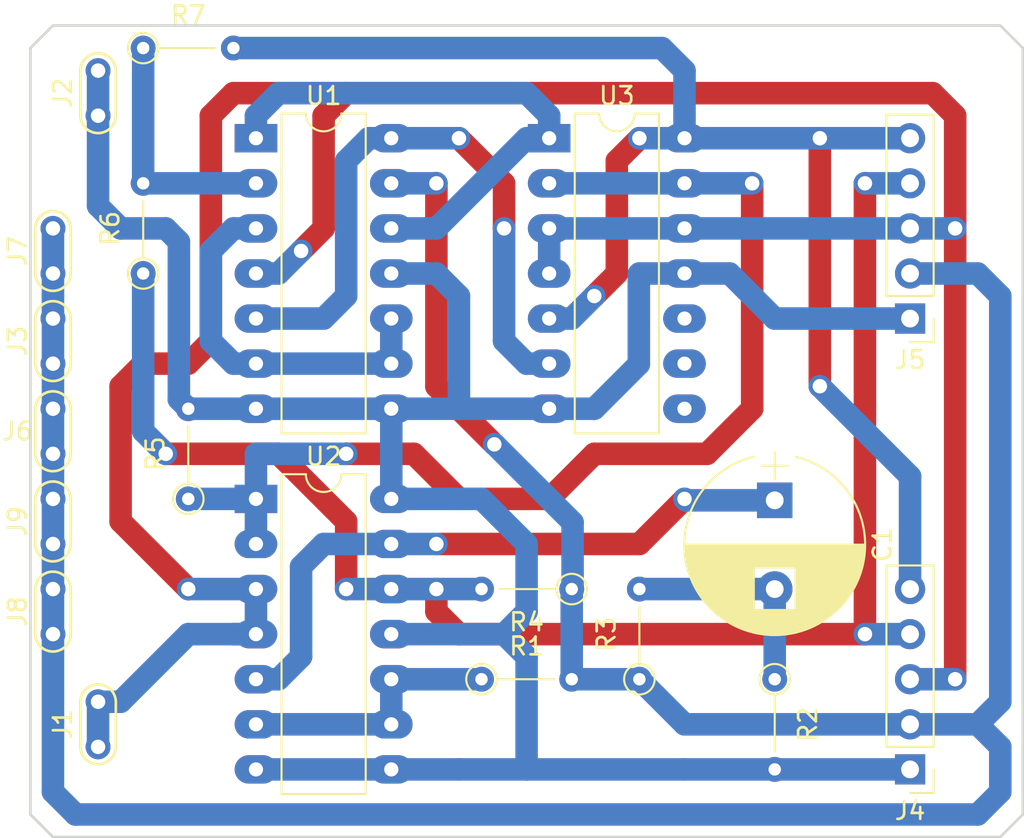
<source format=kicad_pcb>
(kicad_pcb (version 4) (host pcbnew 4.0.6)

  (general
    (links 66)
    (no_connects 0)
    (area 104.686457 94.7486 162.635001 142.315001)
    (thickness 1.6)
    (drawings 8)
    (tracks 202)
    (zones 0)
    (modules 20)
    (nets 14)
  )

  (page A4)
  (layers
    (0 F.Cu signal)
    (31 B.Cu signal)
    (37 F.SilkS user)
    (39 F.Mask user)
    (44 Edge.Cuts user)
  )

  (setup
    (last_trace_width 1.27)
    (user_trace_width 1.27)
    (trace_clearance 0.4064)
    (zone_clearance 0.508)
    (zone_45_only no)
    (trace_min 0.4064)
    (segment_width 0.2)
    (edge_width 0.15)
    (via_size 1.27)
    (via_drill 0.8128)
    (via_min_size 1.27)
    (via_min_drill 0.8128)
    (uvia_size 1.27)
    (uvia_drill 0.8128)
    (uvias_allowed no)
    (uvia_min_size 1.27)
    (uvia_min_drill 0.8128)
    (pcb_text_width 0.3)
    (pcb_text_size 1.5 1.5)
    (mod_edge_width 0.15)
    (mod_text_size 1 1)
    (mod_text_width 0.15)
    (pad_size 1.524 1.524)
    (pad_drill 0.762)
    (pad_to_mask_clearance 0.2)
    (aux_axis_origin 0 0)
    (visible_elements FFFFFF7F)
    (pcbplotparams
      (layerselection 0x01000_80000001)
      (usegerberextensions true)
      (excludeedgelayer true)
      (linewidth 0.100000)
      (plotframeref false)
      (viasonmask false)
      (mode 1)
      (useauxorigin false)
      (hpglpennumber 1)
      (hpglpenspeed 20)
      (hpglpendiameter 15)
      (hpglpenoverlay 2)
      (psnegative false)
      (psa4output false)
      (plotreference true)
      (plotvalue true)
      (plotinvisibletext false)
      (padsonsilk false)
      (subtractmaskfromsilk false)
      (outputformat 1)
      (mirror false)
      (drillshape 0)
      (scaleselection 1)
      (outputdirectory ../../gerber/))
  )

  (net 0 "")
  (net 1 "Net-(C1-Pad1)")
  (net 2 "Net-(C1-Pad2)")
  (net 3 VSS)
  (net 4 VDD)
  (net 5 GND)
  (net 6 /+Vel)
  (net 7 /-Vel)
  (net 8 "Net-(R1-Pad1)")
  (net 9 "Net-(R5-Pad1)")
  (net 10 "Net-(R6-Pad2)")
  (net 11 "Net-(U1-Pad1)")
  (net 12 "Net-(U1-Pad10)")
  (net 13 "Net-(U1-Pad14)")

  (net_class Default "This is the default net class."
    (clearance 0.4064)
    (trace_width 0.4064)
    (via_dia 1.27)
    (via_drill 0.8128)
    (uvia_dia 1.27)
    (uvia_drill 0.8128)
    (add_net /+Vel)
    (add_net /-Vel)
    (add_net GND)
    (add_net "Net-(C1-Pad1)")
    (add_net "Net-(C1-Pad2)")
    (add_net "Net-(R1-Pad1)")
    (add_net "Net-(R5-Pad1)")
    (add_net "Net-(R6-Pad2)")
    (add_net "Net-(U1-Pad1)")
    (add_net "Net-(U1-Pad10)")
    (add_net "Net-(U1-Pad14)")
    (add_net VDD)
    (add_net VSS)
  )

  (module Capacitors_ThroughHole:CP_Radial_D10.0mm_P5.00mm (layer F.Cu) (tedit 58765D06) (tstamp 590A93E5)
    (at 148.59 123.27 270)
    (descr "CP, Radial series, Radial, pin pitch=5.00mm, , diameter=10mm, Electrolytic Capacitor")
    (tags "CP Radial series Radial pin pitch 5.00mm  diameter 10mm Electrolytic Capacitor")
    (path /590AC594)
    (fp_text reference C1 (at 2.5 -6.06 270) (layer F.SilkS)
      (effects (font (size 1 1) (thickness 0.15)))
    )
    (fp_text value C (at 2.5 6.06 270) (layer F.Fab)
      (effects (font (size 1 1) (thickness 0.15)))
    )
    (fp_arc (start 2.5 0) (end -2.451333 -1.18) (angle 153.2) (layer F.SilkS) (width 0.12))
    (fp_arc (start 2.5 0) (end -2.451333 1.18) (angle -153.2) (layer F.SilkS) (width 0.12))
    (fp_arc (start 2.5 0) (end 7.451333 -1.18) (angle 26.8) (layer F.SilkS) (width 0.12))
    (fp_circle (center 2.5 0) (end 7.5 0) (layer F.Fab) (width 0.1))
    (fp_line (start -2.7 0) (end -1.2 0) (layer F.Fab) (width 0.1))
    (fp_line (start -1.95 -0.75) (end -1.95 0.75) (layer F.Fab) (width 0.1))
    (fp_line (start 2.5 -5.05) (end 2.5 5.05) (layer F.SilkS) (width 0.12))
    (fp_line (start 2.54 -5.05) (end 2.54 5.05) (layer F.SilkS) (width 0.12))
    (fp_line (start 2.58 -5.05) (end 2.58 5.05) (layer F.SilkS) (width 0.12))
    (fp_line (start 2.62 -5.049) (end 2.62 5.049) (layer F.SilkS) (width 0.12))
    (fp_line (start 2.66 -5.048) (end 2.66 5.048) (layer F.SilkS) (width 0.12))
    (fp_line (start 2.7 -5.047) (end 2.7 5.047) (layer F.SilkS) (width 0.12))
    (fp_line (start 2.74 -5.045) (end 2.74 5.045) (layer F.SilkS) (width 0.12))
    (fp_line (start 2.78 -5.043) (end 2.78 5.043) (layer F.SilkS) (width 0.12))
    (fp_line (start 2.82 -5.04) (end 2.82 5.04) (layer F.SilkS) (width 0.12))
    (fp_line (start 2.86 -5.038) (end 2.86 5.038) (layer F.SilkS) (width 0.12))
    (fp_line (start 2.9 -5.035) (end 2.9 5.035) (layer F.SilkS) (width 0.12))
    (fp_line (start 2.94 -5.031) (end 2.94 5.031) (layer F.SilkS) (width 0.12))
    (fp_line (start 2.98 -5.028) (end 2.98 5.028) (layer F.SilkS) (width 0.12))
    (fp_line (start 3.02 -5.024) (end 3.02 5.024) (layer F.SilkS) (width 0.12))
    (fp_line (start 3.06 -5.02) (end 3.06 5.02) (layer F.SilkS) (width 0.12))
    (fp_line (start 3.1 -5.015) (end 3.1 5.015) (layer F.SilkS) (width 0.12))
    (fp_line (start 3.14 -5.01) (end 3.14 5.01) (layer F.SilkS) (width 0.12))
    (fp_line (start 3.18 -5.005) (end 3.18 5.005) (layer F.SilkS) (width 0.12))
    (fp_line (start 3.221 -4.999) (end 3.221 4.999) (layer F.SilkS) (width 0.12))
    (fp_line (start 3.261 -4.993) (end 3.261 4.993) (layer F.SilkS) (width 0.12))
    (fp_line (start 3.301 -4.987) (end 3.301 4.987) (layer F.SilkS) (width 0.12))
    (fp_line (start 3.341 -4.981) (end 3.341 4.981) (layer F.SilkS) (width 0.12))
    (fp_line (start 3.381 -4.974) (end 3.381 4.974) (layer F.SilkS) (width 0.12))
    (fp_line (start 3.421 -4.967) (end 3.421 4.967) (layer F.SilkS) (width 0.12))
    (fp_line (start 3.461 -4.959) (end 3.461 4.959) (layer F.SilkS) (width 0.12))
    (fp_line (start 3.501 -4.951) (end 3.501 4.951) (layer F.SilkS) (width 0.12))
    (fp_line (start 3.541 -4.943) (end 3.541 4.943) (layer F.SilkS) (width 0.12))
    (fp_line (start 3.581 -4.935) (end 3.581 4.935) (layer F.SilkS) (width 0.12))
    (fp_line (start 3.621 -4.926) (end 3.621 4.926) (layer F.SilkS) (width 0.12))
    (fp_line (start 3.661 -4.917) (end 3.661 4.917) (layer F.SilkS) (width 0.12))
    (fp_line (start 3.701 -4.907) (end 3.701 4.907) (layer F.SilkS) (width 0.12))
    (fp_line (start 3.741 -4.897) (end 3.741 4.897) (layer F.SilkS) (width 0.12))
    (fp_line (start 3.781 -4.887) (end 3.781 4.887) (layer F.SilkS) (width 0.12))
    (fp_line (start 3.821 -4.876) (end 3.821 -1.181) (layer F.SilkS) (width 0.12))
    (fp_line (start 3.821 1.181) (end 3.821 4.876) (layer F.SilkS) (width 0.12))
    (fp_line (start 3.861 -4.865) (end 3.861 -1.181) (layer F.SilkS) (width 0.12))
    (fp_line (start 3.861 1.181) (end 3.861 4.865) (layer F.SilkS) (width 0.12))
    (fp_line (start 3.901 -4.854) (end 3.901 -1.181) (layer F.SilkS) (width 0.12))
    (fp_line (start 3.901 1.181) (end 3.901 4.854) (layer F.SilkS) (width 0.12))
    (fp_line (start 3.941 -4.843) (end 3.941 -1.181) (layer F.SilkS) (width 0.12))
    (fp_line (start 3.941 1.181) (end 3.941 4.843) (layer F.SilkS) (width 0.12))
    (fp_line (start 3.981 -4.831) (end 3.981 -1.181) (layer F.SilkS) (width 0.12))
    (fp_line (start 3.981 1.181) (end 3.981 4.831) (layer F.SilkS) (width 0.12))
    (fp_line (start 4.021 -4.818) (end 4.021 -1.181) (layer F.SilkS) (width 0.12))
    (fp_line (start 4.021 1.181) (end 4.021 4.818) (layer F.SilkS) (width 0.12))
    (fp_line (start 4.061 -4.806) (end 4.061 -1.181) (layer F.SilkS) (width 0.12))
    (fp_line (start 4.061 1.181) (end 4.061 4.806) (layer F.SilkS) (width 0.12))
    (fp_line (start 4.101 -4.792) (end 4.101 -1.181) (layer F.SilkS) (width 0.12))
    (fp_line (start 4.101 1.181) (end 4.101 4.792) (layer F.SilkS) (width 0.12))
    (fp_line (start 4.141 -4.779) (end 4.141 -1.181) (layer F.SilkS) (width 0.12))
    (fp_line (start 4.141 1.181) (end 4.141 4.779) (layer F.SilkS) (width 0.12))
    (fp_line (start 4.181 -4.765) (end 4.181 -1.181) (layer F.SilkS) (width 0.12))
    (fp_line (start 4.181 1.181) (end 4.181 4.765) (layer F.SilkS) (width 0.12))
    (fp_line (start 4.221 -4.751) (end 4.221 -1.181) (layer F.SilkS) (width 0.12))
    (fp_line (start 4.221 1.181) (end 4.221 4.751) (layer F.SilkS) (width 0.12))
    (fp_line (start 4.261 -4.737) (end 4.261 -1.181) (layer F.SilkS) (width 0.12))
    (fp_line (start 4.261 1.181) (end 4.261 4.737) (layer F.SilkS) (width 0.12))
    (fp_line (start 4.301 -4.722) (end 4.301 -1.181) (layer F.SilkS) (width 0.12))
    (fp_line (start 4.301 1.181) (end 4.301 4.722) (layer F.SilkS) (width 0.12))
    (fp_line (start 4.341 -4.706) (end 4.341 -1.181) (layer F.SilkS) (width 0.12))
    (fp_line (start 4.341 1.181) (end 4.341 4.706) (layer F.SilkS) (width 0.12))
    (fp_line (start 4.381 -4.691) (end 4.381 -1.181) (layer F.SilkS) (width 0.12))
    (fp_line (start 4.381 1.181) (end 4.381 4.691) (layer F.SilkS) (width 0.12))
    (fp_line (start 4.421 -4.674) (end 4.421 -1.181) (layer F.SilkS) (width 0.12))
    (fp_line (start 4.421 1.181) (end 4.421 4.674) (layer F.SilkS) (width 0.12))
    (fp_line (start 4.461 -4.658) (end 4.461 -1.181) (layer F.SilkS) (width 0.12))
    (fp_line (start 4.461 1.181) (end 4.461 4.658) (layer F.SilkS) (width 0.12))
    (fp_line (start 4.501 -4.641) (end 4.501 -1.181) (layer F.SilkS) (width 0.12))
    (fp_line (start 4.501 1.181) (end 4.501 4.641) (layer F.SilkS) (width 0.12))
    (fp_line (start 4.541 -4.624) (end 4.541 -1.181) (layer F.SilkS) (width 0.12))
    (fp_line (start 4.541 1.181) (end 4.541 4.624) (layer F.SilkS) (width 0.12))
    (fp_line (start 4.581 -4.606) (end 4.581 -1.181) (layer F.SilkS) (width 0.12))
    (fp_line (start 4.581 1.181) (end 4.581 4.606) (layer F.SilkS) (width 0.12))
    (fp_line (start 4.621 -4.588) (end 4.621 -1.181) (layer F.SilkS) (width 0.12))
    (fp_line (start 4.621 1.181) (end 4.621 4.588) (layer F.SilkS) (width 0.12))
    (fp_line (start 4.661 -4.569) (end 4.661 -1.181) (layer F.SilkS) (width 0.12))
    (fp_line (start 4.661 1.181) (end 4.661 4.569) (layer F.SilkS) (width 0.12))
    (fp_line (start 4.701 -4.55) (end 4.701 -1.181) (layer F.SilkS) (width 0.12))
    (fp_line (start 4.701 1.181) (end 4.701 4.55) (layer F.SilkS) (width 0.12))
    (fp_line (start 4.741 -4.531) (end 4.741 -1.181) (layer F.SilkS) (width 0.12))
    (fp_line (start 4.741 1.181) (end 4.741 4.531) (layer F.SilkS) (width 0.12))
    (fp_line (start 4.781 -4.511) (end 4.781 -1.181) (layer F.SilkS) (width 0.12))
    (fp_line (start 4.781 1.181) (end 4.781 4.511) (layer F.SilkS) (width 0.12))
    (fp_line (start 4.821 -4.491) (end 4.821 -1.181) (layer F.SilkS) (width 0.12))
    (fp_line (start 4.821 1.181) (end 4.821 4.491) (layer F.SilkS) (width 0.12))
    (fp_line (start 4.861 -4.47) (end 4.861 -1.181) (layer F.SilkS) (width 0.12))
    (fp_line (start 4.861 1.181) (end 4.861 4.47) (layer F.SilkS) (width 0.12))
    (fp_line (start 4.901 -4.449) (end 4.901 -1.181) (layer F.SilkS) (width 0.12))
    (fp_line (start 4.901 1.181) (end 4.901 4.449) (layer F.SilkS) (width 0.12))
    (fp_line (start 4.941 -4.428) (end 4.941 -1.181) (layer F.SilkS) (width 0.12))
    (fp_line (start 4.941 1.181) (end 4.941 4.428) (layer F.SilkS) (width 0.12))
    (fp_line (start 4.981 -4.405) (end 4.981 -1.181) (layer F.SilkS) (width 0.12))
    (fp_line (start 4.981 1.181) (end 4.981 4.405) (layer F.SilkS) (width 0.12))
    (fp_line (start 5.021 -4.383) (end 5.021 -1.181) (layer F.SilkS) (width 0.12))
    (fp_line (start 5.021 1.181) (end 5.021 4.383) (layer F.SilkS) (width 0.12))
    (fp_line (start 5.061 -4.36) (end 5.061 -1.181) (layer F.SilkS) (width 0.12))
    (fp_line (start 5.061 1.181) (end 5.061 4.36) (layer F.SilkS) (width 0.12))
    (fp_line (start 5.101 -4.336) (end 5.101 -1.181) (layer F.SilkS) (width 0.12))
    (fp_line (start 5.101 1.181) (end 5.101 4.336) (layer F.SilkS) (width 0.12))
    (fp_line (start 5.141 -4.312) (end 5.141 -1.181) (layer F.SilkS) (width 0.12))
    (fp_line (start 5.141 1.181) (end 5.141 4.312) (layer F.SilkS) (width 0.12))
    (fp_line (start 5.181 -4.288) (end 5.181 -1.181) (layer F.SilkS) (width 0.12))
    (fp_line (start 5.181 1.181) (end 5.181 4.288) (layer F.SilkS) (width 0.12))
    (fp_line (start 5.221 -4.263) (end 5.221 -1.181) (layer F.SilkS) (width 0.12))
    (fp_line (start 5.221 1.181) (end 5.221 4.263) (layer F.SilkS) (width 0.12))
    (fp_line (start 5.261 -4.237) (end 5.261 -1.181) (layer F.SilkS) (width 0.12))
    (fp_line (start 5.261 1.181) (end 5.261 4.237) (layer F.SilkS) (width 0.12))
    (fp_line (start 5.301 -4.211) (end 5.301 -1.181) (layer F.SilkS) (width 0.12))
    (fp_line (start 5.301 1.181) (end 5.301 4.211) (layer F.SilkS) (width 0.12))
    (fp_line (start 5.341 -4.185) (end 5.341 -1.181) (layer F.SilkS) (width 0.12))
    (fp_line (start 5.341 1.181) (end 5.341 4.185) (layer F.SilkS) (width 0.12))
    (fp_line (start 5.381 -4.157) (end 5.381 -1.181) (layer F.SilkS) (width 0.12))
    (fp_line (start 5.381 1.181) (end 5.381 4.157) (layer F.SilkS) (width 0.12))
    (fp_line (start 5.421 -4.13) (end 5.421 -1.181) (layer F.SilkS) (width 0.12))
    (fp_line (start 5.421 1.181) (end 5.421 4.13) (layer F.SilkS) (width 0.12))
    (fp_line (start 5.461 -4.101) (end 5.461 -1.181) (layer F.SilkS) (width 0.12))
    (fp_line (start 5.461 1.181) (end 5.461 4.101) (layer F.SilkS) (width 0.12))
    (fp_line (start 5.501 -4.072) (end 5.501 -1.181) (layer F.SilkS) (width 0.12))
    (fp_line (start 5.501 1.181) (end 5.501 4.072) (layer F.SilkS) (width 0.12))
    (fp_line (start 5.541 -4.043) (end 5.541 -1.181) (layer F.SilkS) (width 0.12))
    (fp_line (start 5.541 1.181) (end 5.541 4.043) (layer F.SilkS) (width 0.12))
    (fp_line (start 5.581 -4.013) (end 5.581 -1.181) (layer F.SilkS) (width 0.12))
    (fp_line (start 5.581 1.181) (end 5.581 4.013) (layer F.SilkS) (width 0.12))
    (fp_line (start 5.621 -3.982) (end 5.621 -1.181) (layer F.SilkS) (width 0.12))
    (fp_line (start 5.621 1.181) (end 5.621 3.982) (layer F.SilkS) (width 0.12))
    (fp_line (start 5.661 -3.951) (end 5.661 -1.181) (layer F.SilkS) (width 0.12))
    (fp_line (start 5.661 1.181) (end 5.661 3.951) (layer F.SilkS) (width 0.12))
    (fp_line (start 5.701 -3.919) (end 5.701 -1.181) (layer F.SilkS) (width 0.12))
    (fp_line (start 5.701 1.181) (end 5.701 3.919) (layer F.SilkS) (width 0.12))
    (fp_line (start 5.741 -3.886) (end 5.741 -1.181) (layer F.SilkS) (width 0.12))
    (fp_line (start 5.741 1.181) (end 5.741 3.886) (layer F.SilkS) (width 0.12))
    (fp_line (start 5.781 -3.853) (end 5.781 -1.181) (layer F.SilkS) (width 0.12))
    (fp_line (start 5.781 1.181) (end 5.781 3.853) (layer F.SilkS) (width 0.12))
    (fp_line (start 5.821 -3.819) (end 5.821 -1.181) (layer F.SilkS) (width 0.12))
    (fp_line (start 5.821 1.181) (end 5.821 3.819) (layer F.SilkS) (width 0.12))
    (fp_line (start 5.861 -3.784) (end 5.861 -1.181) (layer F.SilkS) (width 0.12))
    (fp_line (start 5.861 1.181) (end 5.861 3.784) (layer F.SilkS) (width 0.12))
    (fp_line (start 5.901 -3.748) (end 5.901 -1.181) (layer F.SilkS) (width 0.12))
    (fp_line (start 5.901 1.181) (end 5.901 3.748) (layer F.SilkS) (width 0.12))
    (fp_line (start 5.941 -3.712) (end 5.941 -1.181) (layer F.SilkS) (width 0.12))
    (fp_line (start 5.941 1.181) (end 5.941 3.712) (layer F.SilkS) (width 0.12))
    (fp_line (start 5.981 -3.675) (end 5.981 -1.181) (layer F.SilkS) (width 0.12))
    (fp_line (start 5.981 1.181) (end 5.981 3.675) (layer F.SilkS) (width 0.12))
    (fp_line (start 6.021 -3.637) (end 6.021 -1.181) (layer F.SilkS) (width 0.12))
    (fp_line (start 6.021 1.181) (end 6.021 3.637) (layer F.SilkS) (width 0.12))
    (fp_line (start 6.061 -3.598) (end 6.061 -1.181) (layer F.SilkS) (width 0.12))
    (fp_line (start 6.061 1.181) (end 6.061 3.598) (layer F.SilkS) (width 0.12))
    (fp_line (start 6.101 -3.559) (end 6.101 -1.181) (layer F.SilkS) (width 0.12))
    (fp_line (start 6.101 1.181) (end 6.101 3.559) (layer F.SilkS) (width 0.12))
    (fp_line (start 6.141 -3.518) (end 6.141 -1.181) (layer F.SilkS) (width 0.12))
    (fp_line (start 6.141 1.181) (end 6.141 3.518) (layer F.SilkS) (width 0.12))
    (fp_line (start 6.181 -3.477) (end 6.181 3.477) (layer F.SilkS) (width 0.12))
    (fp_line (start 6.221 -3.435) (end 6.221 3.435) (layer F.SilkS) (width 0.12))
    (fp_line (start 6.261 -3.391) (end 6.261 3.391) (layer F.SilkS) (width 0.12))
    (fp_line (start 6.301 -3.347) (end 6.301 3.347) (layer F.SilkS) (width 0.12))
    (fp_line (start 6.341 -3.302) (end 6.341 3.302) (layer F.SilkS) (width 0.12))
    (fp_line (start 6.381 -3.255) (end 6.381 3.255) (layer F.SilkS) (width 0.12))
    (fp_line (start 6.421 -3.207) (end 6.421 3.207) (layer F.SilkS) (width 0.12))
    (fp_line (start 6.461 -3.158) (end 6.461 3.158) (layer F.SilkS) (width 0.12))
    (fp_line (start 6.501 -3.108) (end 6.501 3.108) (layer F.SilkS) (width 0.12))
    (fp_line (start 6.541 -3.057) (end 6.541 3.057) (layer F.SilkS) (width 0.12))
    (fp_line (start 6.581 -3.004) (end 6.581 3.004) (layer F.SilkS) (width 0.12))
    (fp_line (start 6.621 -2.949) (end 6.621 2.949) (layer F.SilkS) (width 0.12))
    (fp_line (start 6.661 -2.894) (end 6.661 2.894) (layer F.SilkS) (width 0.12))
    (fp_line (start 6.701 -2.836) (end 6.701 2.836) (layer F.SilkS) (width 0.12))
    (fp_line (start 6.741 -2.777) (end 6.741 2.777) (layer F.SilkS) (width 0.12))
    (fp_line (start 6.781 -2.715) (end 6.781 2.715) (layer F.SilkS) (width 0.12))
    (fp_line (start 6.821 -2.652) (end 6.821 2.652) (layer F.SilkS) (width 0.12))
    (fp_line (start 6.861 -2.587) (end 6.861 2.587) (layer F.SilkS) (width 0.12))
    (fp_line (start 6.901 -2.519) (end 6.901 2.519) (layer F.SilkS) (width 0.12))
    (fp_line (start 6.941 -2.449) (end 6.941 2.449) (layer F.SilkS) (width 0.12))
    (fp_line (start 6.981 -2.377) (end 6.981 2.377) (layer F.SilkS) (width 0.12))
    (fp_line (start 7.021 -2.301) (end 7.021 2.301) (layer F.SilkS) (width 0.12))
    (fp_line (start 7.061 -2.222) (end 7.061 2.222) (layer F.SilkS) (width 0.12))
    (fp_line (start 7.101 -2.14) (end 7.101 2.14) (layer F.SilkS) (width 0.12))
    (fp_line (start 7.141 -2.053) (end 7.141 2.053) (layer F.SilkS) (width 0.12))
    (fp_line (start 7.181 -1.962) (end 7.181 1.962) (layer F.SilkS) (width 0.12))
    (fp_line (start 7.221 -1.866) (end 7.221 1.866) (layer F.SilkS) (width 0.12))
    (fp_line (start 7.261 -1.763) (end 7.261 1.763) (layer F.SilkS) (width 0.12))
    (fp_line (start 7.301 -1.654) (end 7.301 1.654) (layer F.SilkS) (width 0.12))
    (fp_line (start 7.341 -1.536) (end 7.341 1.536) (layer F.SilkS) (width 0.12))
    (fp_line (start 7.381 -1.407) (end 7.381 1.407) (layer F.SilkS) (width 0.12))
    (fp_line (start 7.421 -1.265) (end 7.421 1.265) (layer F.SilkS) (width 0.12))
    (fp_line (start 7.461 -1.104) (end 7.461 1.104) (layer F.SilkS) (width 0.12))
    (fp_line (start 7.501 -0.913) (end 7.501 0.913) (layer F.SilkS) (width 0.12))
    (fp_line (start 7.541 -0.672) (end 7.541 0.672) (layer F.SilkS) (width 0.12))
    (fp_line (start 7.581 -0.279) (end 7.581 0.279) (layer F.SilkS) (width 0.12))
    (fp_line (start -2.7 0) (end -1.2 0) (layer F.SilkS) (width 0.12))
    (fp_line (start -1.95 -0.75) (end -1.95 0.75) (layer F.SilkS) (width 0.12))
    (fp_line (start -2.85 -5.35) (end -2.85 5.35) (layer F.CrtYd) (width 0.05))
    (fp_line (start -2.85 5.35) (end 7.85 5.35) (layer F.CrtYd) (width 0.05))
    (fp_line (start 7.85 5.35) (end 7.85 -5.35) (layer F.CrtYd) (width 0.05))
    (fp_line (start 7.85 -5.35) (end -2.85 -5.35) (layer F.CrtYd) (width 0.05))
    (pad 1 thru_hole rect (at 0 0 270) (size 2 2) (drill 1) (layers *.Cu *.Mask)
      (net 1 "Net-(C1-Pad1)"))
    (pad 2 thru_hole circle (at 5 0 270) (size 2 2) (drill 1) (layers *.Cu *.Mask)
      (net 2 "Net-(C1-Pad2)"))
    (model Capacitors_THT.3dshapes/CP_Radial_D10.0mm_P5.00mm.wrl
      (at (xyz 0 0 0))
      (scale (xyz 0.393701 0.393701 0.393701))
      (rotate (xyz 0 0 0))
    )
  )

  (module Measurement_Points:Test_Point (layer F.Cu) (tedit 56EE99EE) (tstamp 590A93EB)
    (at 110.49 137.16 90)
    (descr "Connecteurs 2 pins")
    (tags "CONN DEV")
    (path /590BD572)
    (attr virtual)
    (fp_text reference J1 (at 1.27 -2 90) (layer F.SilkS)
      (effects (font (size 1 1) (thickness 0.15)))
    )
    (fp_text value TEST_1P (at 1.27 2 90) (layer F.Fab)
      (effects (font (size 1 1) (thickness 0.15)))
    )
    (fp_line (start 0 1.25) (end 2.5 1.25) (layer F.CrtYd) (width 0.05))
    (fp_line (start 0 -1.25) (end 2.55 -1.25) (layer F.CrtYd) (width 0.05))
    (fp_line (start 2.52 1) (end 0.02 1) (layer F.SilkS) (width 0.15))
    (fp_line (start 2.52 -1) (end 0.02 -1) (layer F.SilkS) (width 0.15))
    (fp_arc (start 0.02 0) (end 0.02 1.25) (angle 180) (layer F.CrtYd) (width 0.05))
    (fp_arc (start 2.52 0) (end 2.52 -1.25) (angle 180) (layer F.CrtYd) (width 0.05))
    (fp_arc (start 2.52 0) (end 2.52 -1) (angle 180) (layer F.SilkS) (width 0.15))
    (fp_arc (start 0.02 0) (end 0.02 1) (angle 180) (layer F.SilkS) (width 0.15))
    (pad 1 thru_hole circle (at 0 0 90) (size 1.4 1.4) (drill 0.8128) (layers *.Cu *.Mask)
      (net 3 VSS))
    (pad 1 thru_hole circle (at 2.54 0 90) (size 1.4 1.4) (drill 0.8128) (layers *.Cu *.Mask)
      (net 3 VSS))
    (model Measurement_Points.3dshapes/Test_Point.wrl
      (at (xyz 0.05 0 0))
      (scale (xyz 1 1 1))
      (rotate (xyz 0 0 0))
    )
  )

  (module Measurement_Points:Test_Point (layer F.Cu) (tedit 56EE99EE) (tstamp 590A93F1)
    (at 110.49 101.6 90)
    (descr "Connecteurs 2 pins")
    (tags "CONN DEV")
    (path /590BBAE2)
    (attr virtual)
    (fp_text reference J2 (at 1.27 -2 90) (layer F.SilkS)
      (effects (font (size 1 1) (thickness 0.15)))
    )
    (fp_text value TEST_1P (at 1.27 2 90) (layer F.Fab)
      (effects (font (size 1 1) (thickness 0.15)))
    )
    (fp_line (start 0 1.25) (end 2.5 1.25) (layer F.CrtYd) (width 0.05))
    (fp_line (start 0 -1.25) (end 2.55 -1.25) (layer F.CrtYd) (width 0.05))
    (fp_line (start 2.52 1) (end 0.02 1) (layer F.SilkS) (width 0.15))
    (fp_line (start 2.52 -1) (end 0.02 -1) (layer F.SilkS) (width 0.15))
    (fp_arc (start 0.02 0) (end 0.02 1.25) (angle 180) (layer F.CrtYd) (width 0.05))
    (fp_arc (start 2.52 0) (end 2.52 -1.25) (angle 180) (layer F.CrtYd) (width 0.05))
    (fp_arc (start 2.52 0) (end 2.52 -1) (angle 180) (layer F.SilkS) (width 0.15))
    (fp_arc (start 0.02 0) (end 0.02 1) (angle 180) (layer F.SilkS) (width 0.15))
    (pad 1 thru_hole circle (at 0 0 90) (size 1.4 1.4) (drill 0.8128) (layers *.Cu *.Mask)
      (net 4 VDD))
    (pad 1 thru_hole circle (at 2.54 0 90) (size 1.4 1.4) (drill 0.8128) (layers *.Cu *.Mask)
      (net 4 VDD))
    (model Measurement_Points.3dshapes/Test_Point.wrl
      (at (xyz 0.05 0 0))
      (scale (xyz 1 1 1))
      (rotate (xyz 0 0 0))
    )
  )

  (module Measurement_Points:Test_Point (layer F.Cu) (tedit 56EE99EE) (tstamp 590A93F7)
    (at 107.95 115.57 90)
    (descr "Connecteurs 2 pins")
    (tags "CONN DEV")
    (path /590BD515)
    (attr virtual)
    (fp_text reference J3 (at 1.27 -2 90) (layer F.SilkS)
      (effects (font (size 1 1) (thickness 0.15)))
    )
    (fp_text value TEST_1P (at 1.27 2 90) (layer F.Fab)
      (effects (font (size 1 1) (thickness 0.15)))
    )
    (fp_line (start 0 1.25) (end 2.5 1.25) (layer F.CrtYd) (width 0.05))
    (fp_line (start 0 -1.25) (end 2.55 -1.25) (layer F.CrtYd) (width 0.05))
    (fp_line (start 2.52 1) (end 0.02 1) (layer F.SilkS) (width 0.15))
    (fp_line (start 2.52 -1) (end 0.02 -1) (layer F.SilkS) (width 0.15))
    (fp_arc (start 0.02 0) (end 0.02 1.25) (angle 180) (layer F.CrtYd) (width 0.05))
    (fp_arc (start 2.52 0) (end 2.52 -1.25) (angle 180) (layer F.CrtYd) (width 0.05))
    (fp_arc (start 2.52 0) (end 2.52 -1) (angle 180) (layer F.SilkS) (width 0.15))
    (fp_arc (start 0.02 0) (end 0.02 1) (angle 180) (layer F.SilkS) (width 0.15))
    (pad 1 thru_hole circle (at 0 0 90) (size 1.4 1.4) (drill 0.8128) (layers *.Cu *.Mask)
      (net 5 GND))
    (pad 1 thru_hole circle (at 2.54 0 90) (size 1.4 1.4) (drill 0.8128) (layers *.Cu *.Mask)
      (net 5 GND))
    (model Measurement_Points.3dshapes/Test_Point.wrl
      (at (xyz 0.05 0 0))
      (scale (xyz 1 1 1))
      (rotate (xyz 0 0 0))
    )
  )

  (module Pin_Headers:Pin_Header_Straight_1x05_Pitch2.54mm (layer F.Cu) (tedit 58CD4EC1) (tstamp 590A9400)
    (at 156.21 138.43 180)
    (descr "Through hole straight pin header, 1x05, 2.54mm pitch, single row")
    (tags "Through hole pin header THT 1x05 2.54mm single row")
    (path /590BE111)
    (fp_text reference J4 (at 0 -2.33 180) (layer F.SilkS)
      (effects (font (size 1 1) (thickness 0.15)))
    )
    (fp_text value CONN_01X05 (at 0 12.49 180) (layer F.Fab)
      (effects (font (size 1 1) (thickness 0.15)))
    )
    (fp_line (start -1.27 -1.27) (end -1.27 11.43) (layer F.Fab) (width 0.1))
    (fp_line (start -1.27 11.43) (end 1.27 11.43) (layer F.Fab) (width 0.1))
    (fp_line (start 1.27 11.43) (end 1.27 -1.27) (layer F.Fab) (width 0.1))
    (fp_line (start 1.27 -1.27) (end -1.27 -1.27) (layer F.Fab) (width 0.1))
    (fp_line (start -1.33 1.27) (end -1.33 11.49) (layer F.SilkS) (width 0.12))
    (fp_line (start -1.33 11.49) (end 1.33 11.49) (layer F.SilkS) (width 0.12))
    (fp_line (start 1.33 11.49) (end 1.33 1.27) (layer F.SilkS) (width 0.12))
    (fp_line (start 1.33 1.27) (end -1.33 1.27) (layer F.SilkS) (width 0.12))
    (fp_line (start -1.33 0) (end -1.33 -1.33) (layer F.SilkS) (width 0.12))
    (fp_line (start -1.33 -1.33) (end 0 -1.33) (layer F.SilkS) (width 0.12))
    (fp_line (start -1.8 -1.8) (end -1.8 11.95) (layer F.CrtYd) (width 0.05))
    (fp_line (start -1.8 11.95) (end 1.8 11.95) (layer F.CrtYd) (width 0.05))
    (fp_line (start 1.8 11.95) (end 1.8 -1.8) (layer F.CrtYd) (width 0.05))
    (fp_line (start 1.8 -1.8) (end -1.8 -1.8) (layer F.CrtYd) (width 0.05))
    (fp_text user %R (at 0 -2.33 180) (layer F.Fab)
      (effects (font (size 1 1) (thickness 0.15)))
    )
    (pad 1 thru_hole rect (at 0 0 180) (size 1.7 1.7) (drill 1) (layers *.Cu *.Mask)
      (net 4 VDD))
    (pad 2 thru_hole oval (at 0 2.54 180) (size 1.7 1.7) (drill 1) (layers *.Cu *.Mask)
      (net 5 GND))
    (pad 3 thru_hole oval (at 0 5.08 180) (size 1.7 1.7) (drill 1) (layers *.Cu *.Mask)
      (net 3 VSS))
    (pad 4 thru_hole oval (at 0 7.62 180) (size 1.7 1.7) (drill 1) (layers *.Cu *.Mask)
      (net 6 /+Vel))
    (pad 5 thru_hole oval (at 0 10.16 180) (size 1.7 1.7) (drill 1) (layers *.Cu *.Mask)
      (net 7 /-Vel))
    (model ${KISYS3DMOD}/Pin_Headers.3dshapes/Pin_Header_Straight_1x05_Pitch2.54mm.wrl
      (at (xyz 0 -0.2 0))
      (scale (xyz 1 1 1))
      (rotate (xyz 0 0 90))
    )
  )

  (module Pin_Headers:Pin_Header_Straight_1x05_Pitch2.54mm (layer F.Cu) (tedit 58CD4EC1) (tstamp 590A9409)
    (at 156.21 113.03 180)
    (descr "Through hole straight pin header, 1x05, 2.54mm pitch, single row")
    (tags "Through hole pin header THT 1x05 2.54mm single row")
    (path /590BE219)
    (fp_text reference J5 (at 0 -2.33 180) (layer F.SilkS)
      (effects (font (size 1 1) (thickness 0.15)))
    )
    (fp_text value CONN_01X05 (at 0 12.49 180) (layer F.Fab)
      (effects (font (size 1 1) (thickness 0.15)))
    )
    (fp_line (start -1.27 -1.27) (end -1.27 11.43) (layer F.Fab) (width 0.1))
    (fp_line (start -1.27 11.43) (end 1.27 11.43) (layer F.Fab) (width 0.1))
    (fp_line (start 1.27 11.43) (end 1.27 -1.27) (layer F.Fab) (width 0.1))
    (fp_line (start 1.27 -1.27) (end -1.27 -1.27) (layer F.Fab) (width 0.1))
    (fp_line (start -1.33 1.27) (end -1.33 11.49) (layer F.SilkS) (width 0.12))
    (fp_line (start -1.33 11.49) (end 1.33 11.49) (layer F.SilkS) (width 0.12))
    (fp_line (start 1.33 11.49) (end 1.33 1.27) (layer F.SilkS) (width 0.12))
    (fp_line (start 1.33 1.27) (end -1.33 1.27) (layer F.SilkS) (width 0.12))
    (fp_line (start -1.33 0) (end -1.33 -1.33) (layer F.SilkS) (width 0.12))
    (fp_line (start -1.33 -1.33) (end 0 -1.33) (layer F.SilkS) (width 0.12))
    (fp_line (start -1.8 -1.8) (end -1.8 11.95) (layer F.CrtYd) (width 0.05))
    (fp_line (start -1.8 11.95) (end 1.8 11.95) (layer F.CrtYd) (width 0.05))
    (fp_line (start 1.8 11.95) (end 1.8 -1.8) (layer F.CrtYd) (width 0.05))
    (fp_line (start 1.8 -1.8) (end -1.8 -1.8) (layer F.CrtYd) (width 0.05))
    (fp_text user %R (at 0 -2.33 180) (layer F.Fab)
      (effects (font (size 1 1) (thickness 0.15)))
    )
    (pad 1 thru_hole rect (at 0 0 180) (size 1.7 1.7) (drill 1) (layers *.Cu *.Mask)
      (net 4 VDD))
    (pad 2 thru_hole oval (at 0 2.54 180) (size 1.7 1.7) (drill 1) (layers *.Cu *.Mask)
      (net 5 GND))
    (pad 3 thru_hole oval (at 0 5.08 180) (size 1.7 1.7) (drill 1) (layers *.Cu *.Mask)
      (net 3 VSS))
    (pad 4 thru_hole oval (at 0 7.62 180) (size 1.7 1.7) (drill 1) (layers *.Cu *.Mask)
      (net 6 /+Vel))
    (pad 5 thru_hole oval (at 0 10.16 180) (size 1.7 1.7) (drill 1) (layers *.Cu *.Mask)
      (net 7 /-Vel))
    (model ${KISYS3DMOD}/Pin_Headers.3dshapes/Pin_Header_Straight_1x05_Pitch2.54mm.wrl
      (at (xyz 0 -0.2 0))
      (scale (xyz 1 1 1))
      (rotate (xyz 0 0 90))
    )
  )

  (module Resistors_ThroughHole:R_Axial_DIN0204_L3.6mm_D1.6mm_P5.08mm_Vertical (layer F.Cu) (tedit 5874F706) (tstamp 590A940F)
    (at 132.08 133.35)
    (descr "Resistor, Axial_DIN0204 series, Axial, Vertical, pin pitch=5.08mm, 0.16666666666666666W = 1/6W, length*diameter=3.6*1.6mm^2, http://cdn-reichelt.de/documents/datenblatt/B400/1_4W%23YAG.pdf")
    (tags "Resistor Axial_DIN0204 series Axial Vertical pin pitch 5.08mm 0.16666666666666666W = 1/6W length 3.6mm diameter 1.6mm")
    (path /590AC5F7)
    (fp_text reference R1 (at 2.54 -1.86) (layer F.SilkS)
      (effects (font (size 1 1) (thickness 0.15)))
    )
    (fp_text value R (at 2.54 1.86) (layer F.Fab)
      (effects (font (size 1 1) (thickness 0.15)))
    )
    (fp_circle (center 0 0) (end 0.8 0) (layer F.Fab) (width 0.1))
    (fp_circle (center 0 0) (end 0.86 0) (layer F.SilkS) (width 0.12))
    (fp_line (start 0 0) (end 5.08 0) (layer F.Fab) (width 0.1))
    (fp_line (start 0.86 0) (end 4.08 0) (layer F.SilkS) (width 0.12))
    (fp_line (start -1.15 -1.15) (end -1.15 1.15) (layer F.CrtYd) (width 0.05))
    (fp_line (start -1.15 1.15) (end 6.1 1.15) (layer F.CrtYd) (width 0.05))
    (fp_line (start 6.1 1.15) (end 6.1 -1.15) (layer F.CrtYd) (width 0.05))
    (fp_line (start 6.1 -1.15) (end -1.15 -1.15) (layer F.CrtYd) (width 0.05))
    (pad 1 thru_hole circle (at 0 0) (size 1.4 1.4) (drill 0.7) (layers *.Cu *.Mask)
      (net 8 "Net-(R1-Pad1)"))
    (pad 2 thru_hole oval (at 5.08 0) (size 1.4 1.4) (drill 0.7) (layers *.Cu *.Mask)
      (net 5 GND))
    (model Resistors_THT.3dshapes/R_Axial_DIN0204_L3.6mm_D1.6mm_P5.08mm_Vertical.wrl
      (at (xyz 0 0 0))
      (scale (xyz 0.393701 0.393701 0.393701))
      (rotate (xyz 0 0 0))
    )
  )

  (module Resistors_ThroughHole:R_Axial_DIN0204_L3.6mm_D1.6mm_P5.08mm_Vertical (layer F.Cu) (tedit 5874F706) (tstamp 590A9415)
    (at 148.59 133.35 270)
    (descr "Resistor, Axial_DIN0204 series, Axial, Vertical, pin pitch=5.08mm, 0.16666666666666666W = 1/6W, length*diameter=3.6*1.6mm^2, http://cdn-reichelt.de/documents/datenblatt/B400/1_4W%23YAG.pdf")
    (tags "Resistor Axial_DIN0204 series Axial Vertical pin pitch 5.08mm 0.16666666666666666W = 1/6W length 3.6mm diameter 1.6mm")
    (path /590AF776)
    (fp_text reference R2 (at 2.54 -1.86 270) (layer F.SilkS)
      (effects (font (size 1 1) (thickness 0.15)))
    )
    (fp_text value R (at 2.54 1.86 270) (layer F.Fab)
      (effects (font (size 1 1) (thickness 0.15)))
    )
    (fp_circle (center 0 0) (end 0.8 0) (layer F.Fab) (width 0.1))
    (fp_circle (center 0 0) (end 0.86 0) (layer F.SilkS) (width 0.12))
    (fp_line (start 0 0) (end 5.08 0) (layer F.Fab) (width 0.1))
    (fp_line (start 0.86 0) (end 4.08 0) (layer F.SilkS) (width 0.12))
    (fp_line (start -1.15 -1.15) (end -1.15 1.15) (layer F.CrtYd) (width 0.05))
    (fp_line (start -1.15 1.15) (end 6.1 1.15) (layer F.CrtYd) (width 0.05))
    (fp_line (start 6.1 1.15) (end 6.1 -1.15) (layer F.CrtYd) (width 0.05))
    (fp_line (start 6.1 -1.15) (end -1.15 -1.15) (layer F.CrtYd) (width 0.05))
    (pad 1 thru_hole circle (at 0 0 270) (size 1.4 1.4) (drill 0.7) (layers *.Cu *.Mask)
      (net 2 "Net-(C1-Pad2)"))
    (pad 2 thru_hole oval (at 5.08 0 270) (size 1.4 1.4) (drill 0.7) (layers *.Cu *.Mask)
      (net 4 VDD))
    (model Resistors_THT.3dshapes/R_Axial_DIN0204_L3.6mm_D1.6mm_P5.08mm_Vertical.wrl
      (at (xyz 0 0 0))
      (scale (xyz 0.393701 0.393701 0.393701))
      (rotate (xyz 0 0 0))
    )
  )

  (module Resistors_ThroughHole:R_Axial_DIN0204_L3.6mm_D1.6mm_P5.08mm_Vertical (layer F.Cu) (tedit 5874F706) (tstamp 590A941B)
    (at 140.97 133.35 90)
    (descr "Resistor, Axial_DIN0204 series, Axial, Vertical, pin pitch=5.08mm, 0.16666666666666666W = 1/6W, length*diameter=3.6*1.6mm^2, http://cdn-reichelt.de/documents/datenblatt/B400/1_4W%23YAG.pdf")
    (tags "Resistor Axial_DIN0204 series Axial Vertical pin pitch 5.08mm 0.16666666666666666W = 1/6W length 3.6mm diameter 1.6mm")
    (path /590AF7D8)
    (fp_text reference R3 (at 2.54 -1.86 90) (layer F.SilkS)
      (effects (font (size 1 1) (thickness 0.15)))
    )
    (fp_text value R (at 2.54 1.86 90) (layer F.Fab)
      (effects (font (size 1 1) (thickness 0.15)))
    )
    (fp_circle (center 0 0) (end 0.8 0) (layer F.Fab) (width 0.1))
    (fp_circle (center 0 0) (end 0.86 0) (layer F.SilkS) (width 0.12))
    (fp_line (start 0 0) (end 5.08 0) (layer F.Fab) (width 0.1))
    (fp_line (start 0.86 0) (end 4.08 0) (layer F.SilkS) (width 0.12))
    (fp_line (start -1.15 -1.15) (end -1.15 1.15) (layer F.CrtYd) (width 0.05))
    (fp_line (start -1.15 1.15) (end 6.1 1.15) (layer F.CrtYd) (width 0.05))
    (fp_line (start 6.1 1.15) (end 6.1 -1.15) (layer F.CrtYd) (width 0.05))
    (fp_line (start 6.1 -1.15) (end -1.15 -1.15) (layer F.CrtYd) (width 0.05))
    (pad 1 thru_hole circle (at 0 0 90) (size 1.4 1.4) (drill 0.7) (layers *.Cu *.Mask)
      (net 5 GND))
    (pad 2 thru_hole oval (at 5.08 0 90) (size 1.4 1.4) (drill 0.7) (layers *.Cu *.Mask)
      (net 2 "Net-(C1-Pad2)"))
    (model Resistors_THT.3dshapes/R_Axial_DIN0204_L3.6mm_D1.6mm_P5.08mm_Vertical.wrl
      (at (xyz 0 0 0))
      (scale (xyz 0.393701 0.393701 0.393701))
      (rotate (xyz 0 0 0))
    )
  )

  (module Resistors_ThroughHole:R_Axial_DIN0204_L3.6mm_D1.6mm_P5.08mm_Vertical (layer F.Cu) (tedit 5874F706) (tstamp 590A9421)
    (at 137.16 128.27 180)
    (descr "Resistor, Axial_DIN0204 series, Axial, Vertical, pin pitch=5.08mm, 0.16666666666666666W = 1/6W, length*diameter=3.6*1.6mm^2, http://cdn-reichelt.de/documents/datenblatt/B400/1_4W%23YAG.pdf")
    (tags "Resistor Axial_DIN0204 series Axial Vertical pin pitch 5.08mm 0.16666666666666666W = 1/6W length 3.6mm diameter 1.6mm")
    (path /590B02F8)
    (fp_text reference R4 (at 2.54 -1.86 180) (layer F.SilkS)
      (effects (font (size 1 1) (thickness 0.15)))
    )
    (fp_text value R (at 2.54 1.86 180) (layer F.Fab)
      (effects (font (size 1 1) (thickness 0.15)))
    )
    (fp_circle (center 0 0) (end 0.8 0) (layer F.Fab) (width 0.1))
    (fp_circle (center 0 0) (end 0.86 0) (layer F.SilkS) (width 0.12))
    (fp_line (start 0 0) (end 5.08 0) (layer F.Fab) (width 0.1))
    (fp_line (start 0.86 0) (end 4.08 0) (layer F.SilkS) (width 0.12))
    (fp_line (start -1.15 -1.15) (end -1.15 1.15) (layer F.CrtYd) (width 0.05))
    (fp_line (start -1.15 1.15) (end 6.1 1.15) (layer F.CrtYd) (width 0.05))
    (fp_line (start 6.1 1.15) (end 6.1 -1.15) (layer F.CrtYd) (width 0.05))
    (fp_line (start 6.1 -1.15) (end -1.15 -1.15) (layer F.CrtYd) (width 0.05))
    (pad 1 thru_hole circle (at 0 0 180) (size 1.4 1.4) (drill 0.7) (layers *.Cu *.Mask)
      (net 5 GND))
    (pad 2 thru_hole oval (at 5.08 0 180) (size 1.4 1.4) (drill 0.7) (layers *.Cu *.Mask)
      (net 6 /+Vel))
    (model Resistors_THT.3dshapes/R_Axial_DIN0204_L3.6mm_D1.6mm_P5.08mm_Vertical.wrl
      (at (xyz 0 0 0))
      (scale (xyz 0.393701 0.393701 0.393701))
      (rotate (xyz 0 0 0))
    )
  )

  (module Resistors_ThroughHole:R_Axial_DIN0204_L3.6mm_D1.6mm_P5.08mm_Vertical (layer F.Cu) (tedit 5874F706) (tstamp 590A9427)
    (at 115.57 123.19 90)
    (descr "Resistor, Axial_DIN0204 series, Axial, Vertical, pin pitch=5.08mm, 0.16666666666666666W = 1/6W, length*diameter=3.6*1.6mm^2, http://cdn-reichelt.de/documents/datenblatt/B400/1_4W%23YAG.pdf")
    (tags "Resistor Axial_DIN0204 series Axial Vertical pin pitch 5.08mm 0.16666666666666666W = 1/6W length 3.6mm diameter 1.6mm")
    (path /590B55C6)
    (fp_text reference R5 (at 2.54 -1.86 90) (layer F.SilkS)
      (effects (font (size 1 1) (thickness 0.15)))
    )
    (fp_text value R (at 2.54 1.86 90) (layer F.Fab)
      (effects (font (size 1 1) (thickness 0.15)))
    )
    (fp_circle (center 0 0) (end 0.8 0) (layer F.Fab) (width 0.1))
    (fp_circle (center 0 0) (end 0.86 0) (layer F.SilkS) (width 0.12))
    (fp_line (start 0 0) (end 5.08 0) (layer F.Fab) (width 0.1))
    (fp_line (start 0.86 0) (end 4.08 0) (layer F.SilkS) (width 0.12))
    (fp_line (start -1.15 -1.15) (end -1.15 1.15) (layer F.CrtYd) (width 0.05))
    (fp_line (start -1.15 1.15) (end 6.1 1.15) (layer F.CrtYd) (width 0.05))
    (fp_line (start 6.1 1.15) (end 6.1 -1.15) (layer F.CrtYd) (width 0.05))
    (fp_line (start 6.1 -1.15) (end -1.15 -1.15) (layer F.CrtYd) (width 0.05))
    (pad 1 thru_hole circle (at 0 0 90) (size 1.4 1.4) (drill 0.7) (layers *.Cu *.Mask)
      (net 9 "Net-(R5-Pad1)"))
    (pad 2 thru_hole oval (at 5.08 0 90) (size 1.4 1.4) (drill 0.7) (layers *.Cu *.Mask)
      (net 4 VDD))
    (model Resistors_THT.3dshapes/R_Axial_DIN0204_L3.6mm_D1.6mm_P5.08mm_Vertical.wrl
      (at (xyz 0 0 0))
      (scale (xyz 0.393701 0.393701 0.393701))
      (rotate (xyz 0 0 0))
    )
  )

  (module Resistors_ThroughHole:R_Axial_DIN0204_L3.6mm_D1.6mm_P5.08mm_Vertical (layer F.Cu) (tedit 5874F706) (tstamp 590A942D)
    (at 113.03 110.49 90)
    (descr "Resistor, Axial_DIN0204 series, Axial, Vertical, pin pitch=5.08mm, 0.16666666666666666W = 1/6W, length*diameter=3.6*1.6mm^2, http://cdn-reichelt.de/documents/datenblatt/B400/1_4W%23YAG.pdf")
    (tags "Resistor Axial_DIN0204 series Axial Vertical pin pitch 5.08mm 0.16666666666666666W = 1/6W length 3.6mm diameter 1.6mm")
    (path /590B036A)
    (fp_text reference R6 (at 2.54 -1.86 90) (layer F.SilkS)
      (effects (font (size 1 1) (thickness 0.15)))
    )
    (fp_text value R (at 2.54 1.86 90) (layer F.Fab)
      (effects (font (size 1 1) (thickness 0.15)))
    )
    (fp_circle (center 0 0) (end 0.8 0) (layer F.Fab) (width 0.1))
    (fp_circle (center 0 0) (end 0.86 0) (layer F.SilkS) (width 0.12))
    (fp_line (start 0 0) (end 5.08 0) (layer F.Fab) (width 0.1))
    (fp_line (start 0.86 0) (end 4.08 0) (layer F.SilkS) (width 0.12))
    (fp_line (start -1.15 -1.15) (end -1.15 1.15) (layer F.CrtYd) (width 0.05))
    (fp_line (start -1.15 1.15) (end 6.1 1.15) (layer F.CrtYd) (width 0.05))
    (fp_line (start 6.1 1.15) (end 6.1 -1.15) (layer F.CrtYd) (width 0.05))
    (fp_line (start 6.1 -1.15) (end -1.15 -1.15) (layer F.CrtYd) (width 0.05))
    (pad 1 thru_hole circle (at 0 0 90) (size 1.4 1.4) (drill 0.7) (layers *.Cu *.Mask)
      (net 6 /+Vel))
    (pad 2 thru_hole oval (at 5.08 0 90) (size 1.4 1.4) (drill 0.7) (layers *.Cu *.Mask)
      (net 10 "Net-(R6-Pad2)"))
    (model Resistors_THT.3dshapes/R_Axial_DIN0204_L3.6mm_D1.6mm_P5.08mm_Vertical.wrl
      (at (xyz 0 0 0))
      (scale (xyz 0.393701 0.393701 0.393701))
      (rotate (xyz 0 0 0))
    )
  )

  (module Resistors_ThroughHole:R_Axial_DIN0204_L3.6mm_D1.6mm_P5.08mm_Vertical (layer F.Cu) (tedit 5874F706) (tstamp 590A9433)
    (at 113.03 97.79)
    (descr "Resistor, Axial_DIN0204 series, Axial, Vertical, pin pitch=5.08mm, 0.16666666666666666W = 1/6W, length*diameter=3.6*1.6mm^2, http://cdn-reichelt.de/documents/datenblatt/B400/1_4W%23YAG.pdf")
    (tags "Resistor Axial_DIN0204 series Axial Vertical pin pitch 5.08mm 0.16666666666666666W = 1/6W length 3.6mm diameter 1.6mm")
    (path /590B6F75)
    (fp_text reference R7 (at 2.54 -1.86) (layer F.SilkS)
      (effects (font (size 1 1) (thickness 0.15)))
    )
    (fp_text value R (at 2.54 1.86) (layer F.Fab)
      (effects (font (size 1 1) (thickness 0.15)))
    )
    (fp_circle (center 0 0) (end 0.8 0) (layer F.Fab) (width 0.1))
    (fp_circle (center 0 0) (end 0.86 0) (layer F.SilkS) (width 0.12))
    (fp_line (start 0 0) (end 5.08 0) (layer F.Fab) (width 0.1))
    (fp_line (start 0.86 0) (end 4.08 0) (layer F.SilkS) (width 0.12))
    (fp_line (start -1.15 -1.15) (end -1.15 1.15) (layer F.CrtYd) (width 0.05))
    (fp_line (start -1.15 1.15) (end 6.1 1.15) (layer F.CrtYd) (width 0.05))
    (fp_line (start 6.1 1.15) (end 6.1 -1.15) (layer F.CrtYd) (width 0.05))
    (fp_line (start 6.1 -1.15) (end -1.15 -1.15) (layer F.CrtYd) (width 0.05))
    (pad 1 thru_hole circle (at 0 0) (size 1.4 1.4) (drill 0.7) (layers *.Cu *.Mask)
      (net 10 "Net-(R6-Pad2)"))
    (pad 2 thru_hole oval (at 5.08 0) (size 1.4 1.4) (drill 0.7) (layers *.Cu *.Mask)
      (net 7 /-Vel))
    (model Resistors_THT.3dshapes/R_Axial_DIN0204_L3.6mm_D1.6mm_P5.08mm_Vertical.wrl
      (at (xyz 0 0 0))
      (scale (xyz 0.393701 0.393701 0.393701))
      (rotate (xyz 0 0 0))
    )
  )

  (module Housings_DIP:DIP-14_W7.62mm_LongPads (layer F.Cu) (tedit 58CC8E2C) (tstamp 590A9445)
    (at 119.38 102.87)
    (descr "14-lead dip package, row spacing 7.62 mm (300 mils), LongPads")
    (tags "DIL DIP PDIP 2.54mm 7.62mm 300mil LongPads")
    (path /590A8DFE)
    (fp_text reference U1 (at 3.81 -2.39) (layer F.SilkS)
      (effects (font (size 1 1) (thickness 0.15)))
    )
    (fp_text value ALD1105 (at 3.81 17.63) (layer F.Fab)
      (effects (font (size 1 1) (thickness 0.15)))
    )
    (fp_text user %R (at 3.81 7.62) (layer F.Fab)
      (effects (font (size 1 1) (thickness 0.15)))
    )
    (fp_line (start 1.635 -1.27) (end 6.985 -1.27) (layer F.Fab) (width 0.1))
    (fp_line (start 6.985 -1.27) (end 6.985 16.51) (layer F.Fab) (width 0.1))
    (fp_line (start 6.985 16.51) (end 0.635 16.51) (layer F.Fab) (width 0.1))
    (fp_line (start 0.635 16.51) (end 0.635 -0.27) (layer F.Fab) (width 0.1))
    (fp_line (start 0.635 -0.27) (end 1.635 -1.27) (layer F.Fab) (width 0.1))
    (fp_line (start 2.81 -1.39) (end 1.44 -1.39) (layer F.SilkS) (width 0.12))
    (fp_line (start 1.44 -1.39) (end 1.44 16.63) (layer F.SilkS) (width 0.12))
    (fp_line (start 1.44 16.63) (end 6.18 16.63) (layer F.SilkS) (width 0.12))
    (fp_line (start 6.18 16.63) (end 6.18 -1.39) (layer F.SilkS) (width 0.12))
    (fp_line (start 6.18 -1.39) (end 4.81 -1.39) (layer F.SilkS) (width 0.12))
    (fp_line (start -1.5 -1.6) (end -1.5 16.8) (layer F.CrtYd) (width 0.05))
    (fp_line (start -1.5 16.8) (end 9.1 16.8) (layer F.CrtYd) (width 0.05))
    (fp_line (start 9.1 16.8) (end 9.1 -1.6) (layer F.CrtYd) (width 0.05))
    (fp_line (start 9.1 -1.6) (end -1.5 -1.6) (layer F.CrtYd) (width 0.05))
    (fp_arc (start 3.81 -1.39) (end 2.81 -1.39) (angle -180) (layer F.SilkS) (width 0.12))
    (pad 1 thru_hole rect (at 0 0) (size 2.4 1.6) (drill 0.8) (layers *.Cu *.Mask)
      (net 11 "Net-(U1-Pad1)"))
    (pad 8 thru_hole oval (at 7.62 15.24) (size 2.4 1.6) (drill 0.8) (layers *.Cu *.Mask)
      (net 4 VDD))
    (pad 2 thru_hole oval (at 0 2.54) (size 2.4 1.6) (drill 0.8) (layers *.Cu *.Mask)
      (net 10 "Net-(R6-Pad2)"))
    (pad 9 thru_hole oval (at 7.62 12.7) (size 2.4 1.6) (drill 0.8) (layers *.Cu *.Mask)
      (net 12 "Net-(U1-Pad10)"))
    (pad 3 thru_hole oval (at 0 5.08) (size 2.4 1.6) (drill 0.8) (layers *.Cu *.Mask)
      (net 12 "Net-(U1-Pad10)"))
    (pad 10 thru_hole oval (at 7.62 10.16) (size 2.4 1.6) (drill 0.8) (layers *.Cu *.Mask)
      (net 12 "Net-(U1-Pad10)"))
    (pad 4 thru_hole oval (at 0 7.62) (size 2.4 1.6) (drill 0.8) (layers *.Cu *.Mask)
      (net 3 VSS))
    (pad 11 thru_hole oval (at 7.62 7.62) (size 2.4 1.6) (drill 0.8) (layers *.Cu *.Mask)
      (net 4 VDD))
    (pad 5 thru_hole oval (at 0 10.16) (size 2.4 1.6) (drill 0.8) (layers *.Cu *.Mask)
      (net 13 "Net-(U1-Pad14)"))
    (pad 12 thru_hole oval (at 7.62 5.08) (size 2.4 1.6) (drill 0.8) (layers *.Cu *.Mask)
      (net 11 "Net-(U1-Pad1)"))
    (pad 6 thru_hole oval (at 0 12.7) (size 2.4 1.6) (drill 0.8) (layers *.Cu *.Mask)
      (net 12 "Net-(U1-Pad10)"))
    (pad 13 thru_hole oval (at 7.62 2.54) (size 2.4 1.6) (drill 0.8) (layers *.Cu *.Mask)
      (net 5 GND))
    (pad 7 thru_hole oval (at 0 15.24) (size 2.4 1.6) (drill 0.8) (layers *.Cu *.Mask)
      (net 4 VDD))
    (pad 14 thru_hole oval (at 7.62 0) (size 2.4 1.6) (drill 0.8) (layers *.Cu *.Mask)
      (net 13 "Net-(U1-Pad14)"))
    (model Housings_DIP.3dshapes/DIP-14_W7.62mm_LongPads.wrl
      (at (xyz 0 0 0))
      (scale (xyz 1 1 1))
      (rotate (xyz 0 0 0))
    )
  )

  (module Housings_DIP:DIP-14_W7.62mm_LongPads (layer F.Cu) (tedit 58CC8E2C) (tstamp 590A9457)
    (at 119.38 123.19)
    (descr "14-lead dip package, row spacing 7.62 mm (300 mils), LongPads")
    (tags "DIL DIP PDIP 2.54mm 7.62mm 300mil LongPads")
    (path /590A8D71)
    (fp_text reference U2 (at 3.81 -2.39) (layer F.SilkS)
      (effects (font (size 1 1) (thickness 0.15)))
    )
    (fp_text value ALD1105 (at 3.81 17.63) (layer F.Fab)
      (effects (font (size 1 1) (thickness 0.15)))
    )
    (fp_text user %R (at 3.81 7.62) (layer F.Fab)
      (effects (font (size 1 1) (thickness 0.15)))
    )
    (fp_line (start 1.635 -1.27) (end 6.985 -1.27) (layer F.Fab) (width 0.1))
    (fp_line (start 6.985 -1.27) (end 6.985 16.51) (layer F.Fab) (width 0.1))
    (fp_line (start 6.985 16.51) (end 0.635 16.51) (layer F.Fab) (width 0.1))
    (fp_line (start 0.635 16.51) (end 0.635 -0.27) (layer F.Fab) (width 0.1))
    (fp_line (start 0.635 -0.27) (end 1.635 -1.27) (layer F.Fab) (width 0.1))
    (fp_line (start 2.81 -1.39) (end 1.44 -1.39) (layer F.SilkS) (width 0.12))
    (fp_line (start 1.44 -1.39) (end 1.44 16.63) (layer F.SilkS) (width 0.12))
    (fp_line (start 1.44 16.63) (end 6.18 16.63) (layer F.SilkS) (width 0.12))
    (fp_line (start 6.18 16.63) (end 6.18 -1.39) (layer F.SilkS) (width 0.12))
    (fp_line (start 6.18 -1.39) (end 4.81 -1.39) (layer F.SilkS) (width 0.12))
    (fp_line (start -1.5 -1.6) (end -1.5 16.8) (layer F.CrtYd) (width 0.05))
    (fp_line (start -1.5 16.8) (end 9.1 16.8) (layer F.CrtYd) (width 0.05))
    (fp_line (start 9.1 16.8) (end 9.1 -1.6) (layer F.CrtYd) (width 0.05))
    (fp_line (start 9.1 -1.6) (end -1.5 -1.6) (layer F.CrtYd) (width 0.05))
    (fp_arc (start 3.81 -1.39) (end 2.81 -1.39) (angle -180) (layer F.SilkS) (width 0.12))
    (pad 1 thru_hole rect (at 0 0) (size 2.4 1.6) (drill 0.8) (layers *.Cu *.Mask)
      (net 9 "Net-(R5-Pad1)"))
    (pad 8 thru_hole oval (at 7.62 15.24) (size 2.4 1.6) (drill 0.8) (layers *.Cu *.Mask)
      (net 4 VDD))
    (pad 2 thru_hole oval (at 0 2.54) (size 2.4 1.6) (drill 0.8) (layers *.Cu *.Mask)
      (net 9 "Net-(R5-Pad1)"))
    (pad 9 thru_hole oval (at 7.62 12.7) (size 2.4 1.6) (drill 0.8) (layers *.Cu *.Mask)
      (net 8 "Net-(R1-Pad1)"))
    (pad 3 thru_hole oval (at 0 5.08) (size 2.4 1.6) (drill 0.8) (layers *.Cu *.Mask)
      (net 3 VSS))
    (pad 10 thru_hole oval (at 7.62 10.16) (size 2.4 1.6) (drill 0.8) (layers *.Cu *.Mask)
      (net 8 "Net-(R1-Pad1)"))
    (pad 4 thru_hole oval (at 0 7.62) (size 2.4 1.6) (drill 0.8) (layers *.Cu *.Mask)
      (net 3 VSS))
    (pad 11 thru_hole oval (at 7.62 7.62) (size 2.4 1.6) (drill 0.8) (layers *.Cu *.Mask)
      (net 4 VDD))
    (pad 5 thru_hole oval (at 0 10.16) (size 2.4 1.6) (drill 0.8) (layers *.Cu *.Mask)
      (net 1 "Net-(C1-Pad1)"))
    (pad 12 thru_hole oval (at 7.62 5.08) (size 2.4 1.6) (drill 0.8) (layers *.Cu *.Mask)
      (net 6 /+Vel))
    (pad 6 thru_hole oval (at 0 12.7) (size 2.4 1.6) (drill 0.8) (layers *.Cu *.Mask)
      (net 8 "Net-(R1-Pad1)"))
    (pad 13 thru_hole oval (at 7.62 2.54) (size 2.4 1.6) (drill 0.8) (layers *.Cu *.Mask)
      (net 1 "Net-(C1-Pad1)"))
    (pad 7 thru_hole oval (at 0 15.24) (size 2.4 1.6) (drill 0.8) (layers *.Cu *.Mask)
      (net 4 VDD))
    (pad 14 thru_hole oval (at 7.62 0) (size 2.4 1.6) (drill 0.8) (layers *.Cu *.Mask)
      (net 4 VDD))
    (model Housings_DIP.3dshapes/DIP-14_W7.62mm_LongPads.wrl
      (at (xyz 0 0 0))
      (scale (xyz 1 1 1))
      (rotate (xyz 0 0 0))
    )
  )

  (module Housings_DIP:DIP-14_W7.62mm_LongPads (layer F.Cu) (tedit 58CC8E2C) (tstamp 590A9469)
    (at 135.89 102.87)
    (descr "14-lead dip package, row spacing 7.62 mm (300 mils), LongPads")
    (tags "DIL DIP PDIP 2.54mm 7.62mm 300mil LongPads")
    (path /590A9273)
    (fp_text reference U3 (at 3.81 -2.39) (layer F.SilkS)
      (effects (font (size 1 1) (thickness 0.15)))
    )
    (fp_text value ALD1105 (at 3.81 17.63) (layer F.Fab)
      (effects (font (size 1 1) (thickness 0.15)))
    )
    (fp_text user %R (at 3.81 7.62) (layer F.Fab)
      (effects (font (size 1 1) (thickness 0.15)))
    )
    (fp_line (start 1.635 -1.27) (end 6.985 -1.27) (layer F.Fab) (width 0.1))
    (fp_line (start 6.985 -1.27) (end 6.985 16.51) (layer F.Fab) (width 0.1))
    (fp_line (start 6.985 16.51) (end 0.635 16.51) (layer F.Fab) (width 0.1))
    (fp_line (start 0.635 16.51) (end 0.635 -0.27) (layer F.Fab) (width 0.1))
    (fp_line (start 0.635 -0.27) (end 1.635 -1.27) (layer F.Fab) (width 0.1))
    (fp_line (start 2.81 -1.39) (end 1.44 -1.39) (layer F.SilkS) (width 0.12))
    (fp_line (start 1.44 -1.39) (end 1.44 16.63) (layer F.SilkS) (width 0.12))
    (fp_line (start 1.44 16.63) (end 6.18 16.63) (layer F.SilkS) (width 0.12))
    (fp_line (start 6.18 16.63) (end 6.18 -1.39) (layer F.SilkS) (width 0.12))
    (fp_line (start 6.18 -1.39) (end 4.81 -1.39) (layer F.SilkS) (width 0.12))
    (fp_line (start -1.5 -1.6) (end -1.5 16.8) (layer F.CrtYd) (width 0.05))
    (fp_line (start -1.5 16.8) (end 9.1 16.8) (layer F.CrtYd) (width 0.05))
    (fp_line (start 9.1 16.8) (end 9.1 -1.6) (layer F.CrtYd) (width 0.05))
    (fp_line (start 9.1 -1.6) (end -1.5 -1.6) (layer F.CrtYd) (width 0.05))
    (fp_arc (start 3.81 -1.39) (end 2.81 -1.39) (angle -180) (layer F.SilkS) (width 0.12))
    (pad 1 thru_hole rect (at 0 0) (size 2.4 1.6) (drill 0.8) (layers *.Cu *.Mask)
      (net 11 "Net-(U1-Pad1)"))
    (pad 8 thru_hole oval (at 7.62 15.24) (size 2.4 1.6) (drill 0.8) (layers *.Cu *.Mask))
    (pad 2 thru_hole oval (at 0 2.54) (size 2.4 1.6) (drill 0.8) (layers *.Cu *.Mask)
      (net 9 "Net-(R5-Pad1)"))
    (pad 9 thru_hole oval (at 7.62 12.7) (size 2.4 1.6) (drill 0.8) (layers *.Cu *.Mask))
    (pad 3 thru_hole oval (at 0 5.08) (size 2.4 1.6) (drill 0.8) (layers *.Cu *.Mask)
      (net 3 VSS))
    (pad 10 thru_hole oval (at 7.62 10.16) (size 2.4 1.6) (drill 0.8) (layers *.Cu *.Mask))
    (pad 4 thru_hole oval (at 0 7.62) (size 2.4 1.6) (drill 0.8) (layers *.Cu *.Mask)
      (net 3 VSS))
    (pad 11 thru_hole oval (at 7.62 7.62) (size 2.4 1.6) (drill 0.8) (layers *.Cu *.Mask)
      (net 4 VDD))
    (pad 5 thru_hole oval (at 0 10.16) (size 2.4 1.6) (drill 0.8) (layers *.Cu *.Mask)
      (net 7 /-Vel))
    (pad 12 thru_hole oval (at 7.62 5.08) (size 2.4 1.6) (drill 0.8) (layers *.Cu *.Mask)
      (net 3 VSS))
    (pad 6 thru_hole oval (at 0 12.7) (size 2.4 1.6) (drill 0.8) (layers *.Cu *.Mask)
      (net 13 "Net-(U1-Pad14)"))
    (pad 13 thru_hole oval (at 7.62 2.54) (size 2.4 1.6) (drill 0.8) (layers *.Cu *.Mask)
      (net 9 "Net-(R5-Pad1)"))
    (pad 7 thru_hole oval (at 0 15.24) (size 2.4 1.6) (drill 0.8) (layers *.Cu *.Mask)
      (net 4 VDD))
    (pad 14 thru_hole oval (at 7.62 0) (size 2.4 1.6) (drill 0.8) (layers *.Cu *.Mask)
      (net 7 /-Vel))
    (model Housings_DIP.3dshapes/DIP-14_W7.62mm_LongPads.wrl
      (at (xyz 0 0 0))
      (scale (xyz 1 1 1))
      (rotate (xyz 0 0 0))
    )
  )

  (module Measurement_Points:Test_Point (layer F.Cu) (tedit 56EE99EE) (tstamp 590A9B8E)
    (at 107.95 120.65 90)
    (descr "Connecteurs 2 pins")
    (tags "CONN DEV")
    (path /590C3981)
    (attr virtual)
    (fp_text reference J6 (at 1.27 -2 180) (layer F.SilkS)
      (effects (font (size 1 1) (thickness 0.15)))
    )
    (fp_text value TEST_1P (at 1.27 2 90) (layer F.Fab)
      (effects (font (size 1 1) (thickness 0.15)))
    )
    (fp_line (start 0 1.25) (end 2.5 1.25) (layer F.CrtYd) (width 0.05))
    (fp_line (start 0 -1.25) (end 2.55 -1.25) (layer F.CrtYd) (width 0.05))
    (fp_line (start 2.52 1) (end 0.02 1) (layer F.SilkS) (width 0.15))
    (fp_line (start 2.52 -1) (end 0.02 -1) (layer F.SilkS) (width 0.15))
    (fp_arc (start 0.02 0) (end 0.02 1.25) (angle 180) (layer F.CrtYd) (width 0.05))
    (fp_arc (start 2.52 0) (end 2.52 -1.25) (angle 180) (layer F.CrtYd) (width 0.05))
    (fp_arc (start 2.52 0) (end 2.52 -1) (angle 180) (layer F.SilkS) (width 0.15))
    (fp_arc (start 0.02 0) (end 0.02 1) (angle 180) (layer F.SilkS) (width 0.15))
    (pad 1 thru_hole circle (at 0 0 90) (size 1.4 1.4) (drill 0.8128) (layers *.Cu *.Mask)
      (net 5 GND))
    (pad 1 thru_hole circle (at 2.54 0 90) (size 1.4 1.4) (drill 0.8128) (layers *.Cu *.Mask)
      (net 5 GND))
    (model Measurement_Points.3dshapes/Test_Point.wrl
      (at (xyz 0.05 0 0))
      (scale (xyz 1 1 1))
      (rotate (xyz 0 0 0))
    )
  )

  (module Measurement_Points:Test_Point (layer F.Cu) (tedit 56EE99EE) (tstamp 590A9B94)
    (at 107.95 110.49 90)
    (descr "Connecteurs 2 pins")
    (tags "CONN DEV")
    (path /590C39E0)
    (attr virtual)
    (fp_text reference J7 (at 1.27 -2 90) (layer F.SilkS)
      (effects (font (size 1 1) (thickness 0.15)))
    )
    (fp_text value TEST_1P (at 1.27 2 90) (layer F.Fab)
      (effects (font (size 1 1) (thickness 0.15)))
    )
    (fp_line (start 0 1.25) (end 2.5 1.25) (layer F.CrtYd) (width 0.05))
    (fp_line (start 0 -1.25) (end 2.55 -1.25) (layer F.CrtYd) (width 0.05))
    (fp_line (start 2.52 1) (end 0.02 1) (layer F.SilkS) (width 0.15))
    (fp_line (start 2.52 -1) (end 0.02 -1) (layer F.SilkS) (width 0.15))
    (fp_arc (start 0.02 0) (end 0.02 1.25) (angle 180) (layer F.CrtYd) (width 0.05))
    (fp_arc (start 2.52 0) (end 2.52 -1.25) (angle 180) (layer F.CrtYd) (width 0.05))
    (fp_arc (start 2.52 0) (end 2.52 -1) (angle 180) (layer F.SilkS) (width 0.15))
    (fp_arc (start 0.02 0) (end 0.02 1) (angle 180) (layer F.SilkS) (width 0.15))
    (pad 1 thru_hole circle (at 0 0 90) (size 1.4 1.4) (drill 0.8128) (layers *.Cu *.Mask)
      (net 5 GND))
    (pad 1 thru_hole circle (at 2.54 0 90) (size 1.4 1.4) (drill 0.8128) (layers *.Cu *.Mask)
      (net 5 GND))
    (model Measurement_Points.3dshapes/Test_Point.wrl
      (at (xyz 0.05 0 0))
      (scale (xyz 1 1 1))
      (rotate (xyz 0 0 0))
    )
  )

  (module Measurement_Points:Test_Point (layer F.Cu) (tedit 56EE99EE) (tstamp 590A9B9A)
    (at 107.95 130.81 90)
    (descr "Connecteurs 2 pins")
    (tags "CONN DEV")
    (path /590C3A3E)
    (attr virtual)
    (fp_text reference J8 (at 1.27 -2 90) (layer F.SilkS)
      (effects (font (size 1 1) (thickness 0.15)))
    )
    (fp_text value TEST_1P (at 1.27 2 90) (layer F.Fab)
      (effects (font (size 1 1) (thickness 0.15)))
    )
    (fp_line (start 0 1.25) (end 2.5 1.25) (layer F.CrtYd) (width 0.05))
    (fp_line (start 0 -1.25) (end 2.55 -1.25) (layer F.CrtYd) (width 0.05))
    (fp_line (start 2.52 1) (end 0.02 1) (layer F.SilkS) (width 0.15))
    (fp_line (start 2.52 -1) (end 0.02 -1) (layer F.SilkS) (width 0.15))
    (fp_arc (start 0.02 0) (end 0.02 1.25) (angle 180) (layer F.CrtYd) (width 0.05))
    (fp_arc (start 2.52 0) (end 2.52 -1.25) (angle 180) (layer F.CrtYd) (width 0.05))
    (fp_arc (start 2.52 0) (end 2.52 -1) (angle 180) (layer F.SilkS) (width 0.15))
    (fp_arc (start 0.02 0) (end 0.02 1) (angle 180) (layer F.SilkS) (width 0.15))
    (pad 1 thru_hole circle (at 0 0 90) (size 1.4 1.4) (drill 0.8128) (layers *.Cu *.Mask)
      (net 5 GND))
    (pad 1 thru_hole circle (at 2.54 0 90) (size 1.4 1.4) (drill 0.8128) (layers *.Cu *.Mask)
      (net 5 GND))
    (model Measurement_Points.3dshapes/Test_Point.wrl
      (at (xyz 0.05 0 0))
      (scale (xyz 1 1 1))
      (rotate (xyz 0 0 0))
    )
  )

  (module Measurement_Points:Test_Point (layer F.Cu) (tedit 56EE99EE) (tstamp 590A9BA0)
    (at 107.95 125.73 90)
    (descr "Connecteurs 2 pins")
    (tags "CONN DEV")
    (path /590C3AA9)
    (attr virtual)
    (fp_text reference J9 (at 1.27 -2 90) (layer F.SilkS)
      (effects (font (size 1 1) (thickness 0.15)))
    )
    (fp_text value TEST_1P (at 1.27 2 90) (layer F.Fab)
      (effects (font (size 1 1) (thickness 0.15)))
    )
    (fp_line (start 0 1.25) (end 2.5 1.25) (layer F.CrtYd) (width 0.05))
    (fp_line (start 0 -1.25) (end 2.55 -1.25) (layer F.CrtYd) (width 0.05))
    (fp_line (start 2.52 1) (end 0.02 1) (layer F.SilkS) (width 0.15))
    (fp_line (start 2.52 -1) (end 0.02 -1) (layer F.SilkS) (width 0.15))
    (fp_arc (start 0.02 0) (end 0.02 1.25) (angle 180) (layer F.CrtYd) (width 0.05))
    (fp_arc (start 2.52 0) (end 2.52 -1.25) (angle 180) (layer F.CrtYd) (width 0.05))
    (fp_arc (start 2.52 0) (end 2.52 -1) (angle 180) (layer F.SilkS) (width 0.15))
    (fp_arc (start 0.02 0) (end 0.02 1) (angle 180) (layer F.SilkS) (width 0.15))
    (pad 1 thru_hole circle (at 0 0 90) (size 1.4 1.4) (drill 0.8128) (layers *.Cu *.Mask)
      (net 5 GND))
    (pad 1 thru_hole circle (at 2.54 0 90) (size 1.4 1.4) (drill 0.8128) (layers *.Cu *.Mask)
      (net 5 GND))
    (model Measurement_Points.3dshapes/Test_Point.wrl
      (at (xyz 0.05 0 0))
      (scale (xyz 1 1 1))
      (rotate (xyz 0 0 0))
    )
  )

  (gr_line (start 161.29 96.52) (end 107.95 96.52) (layer Edge.Cuts) (width 0.15))
  (gr_line (start 162.56 97.79) (end 161.29 96.52) (layer Edge.Cuts) (width 0.15))
  (gr_line (start 162.56 140.97) (end 162.56 97.79) (layer Edge.Cuts) (width 0.15))
  (gr_line (start 161.29 142.24) (end 162.56 140.97) (layer Edge.Cuts) (width 0.15))
  (gr_line (start 107.95 142.24) (end 161.29 142.24) (layer Edge.Cuts) (width 0.15))
  (gr_line (start 106.68 140.97) (end 107.95 142.24) (layer Edge.Cuts) (width 0.15))
  (gr_line (start 106.68 97.79) (end 106.68 140.97) (layer Edge.Cuts) (width 0.15))
  (gr_line (start 107.95 96.52) (end 106.68 97.79) (layer Edge.Cuts) (width 0.15))

  (segment (start 123.19 125.73) (end 127 125.73) (width 1.27) (layer B.Cu) (net 1))
  (segment (start 121.92 127) (end 123.19 125.73) (width 1.27) (layer B.Cu) (net 1))
  (segment (start 121.92 132.08) (end 121.92 127) (width 1.27) (layer B.Cu) (net 1))
  (segment (start 120.65 133.35) (end 121.92 132.08) (width 1.27) (layer B.Cu) (net 1))
  (segment (start 129.54 125.73) (end 127 125.73) (width 1.27) (layer B.Cu) (net 1))
  (segment (start 143.51 123.19) (end 140.97 125.73) (width 1.27) (layer F.Cu) (net 1))
  (segment (start 140.97 125.73) (end 129.54 125.73) (width 1.27) (layer F.Cu) (net 1))
  (via (at 129.54 125.73) (size 1.27) (drill 0.8128) (layers F.Cu B.Cu) (net 1))
  (segment (start 148.59 123.27) (end 143.59 123.27) (width 1.27) (layer B.Cu) (net 1))
  (segment (start 143.59 123.27) (end 143.51 123.19) (width 1.27) (layer B.Cu) (net 1))
  (via (at 143.51 123.19) (size 1.27) (drill 0.8128) (layers F.Cu B.Cu) (net 1))
  (segment (start 119.38 133.35) (end 120.65 133.35) (width 1.27) (layer B.Cu) (net 1))
  (segment (start 148.59 133.35) (end 148.59 128.27) (width 1.27) (layer B.Cu) (net 2))
  (segment (start 148.59 128.27) (end 140.97 128.27) (width 1.27) (layer B.Cu) (net 2))
  (segment (start 111.76 134.62) (end 115.57 130.81) (width 1.27) (layer B.Cu) (net 3))
  (segment (start 115.57 130.81) (end 119.38 130.81) (width 1.27) (layer B.Cu) (net 3))
  (segment (start 110.49 134.62) (end 111.76 134.62) (width 1.27) (layer B.Cu) (net 3))
  (segment (start 110.49 137.16) (end 110.49 134.62) (width 1.27) (layer B.Cu) (net 3))
  (segment (start 158.75 133.35) (end 158.75 107.95) (width 1.27) (layer F.Cu) (net 3))
  (via (at 158.75 133.35) (size 1.27) (drill 0.8128) (layers F.Cu B.Cu) (net 3))
  (segment (start 156.21 133.35) (end 158.75 133.35) (width 1.27) (layer B.Cu) (net 3))
  (segment (start 115.57 128.27) (end 119.38 128.27) (width 1.27) (layer B.Cu) (net 3))
  (via (at 115.57 128.27) (size 1.27) (drill 0.8128) (layers F.Cu B.Cu) (net 3))
  (segment (start 111.76 124.46) (end 115.57 128.27) (width 1.27) (layer F.Cu) (net 3))
  (segment (start 111.76 116.84) (end 111.76 124.46) (width 1.27) (layer F.Cu) (net 3))
  (segment (start 113.03 115.57) (end 111.76 116.84) (width 1.27) (layer F.Cu) (net 3))
  (segment (start 115.57 115.57) (end 113.03 115.57) (width 1.27) (layer F.Cu) (net 3))
  (segment (start 116.84 114.3) (end 115.57 115.57) (width 1.27) (layer F.Cu) (net 3))
  (segment (start 116.84 101.6) (end 116.84 114.3) (width 1.27) (layer F.Cu) (net 3))
  (segment (start 118.11 100.33) (end 116.84 101.6) (width 1.27) (layer F.Cu) (net 3))
  (segment (start 124.46 100.33) (end 118.11 100.33) (width 1.27) (layer F.Cu) (net 3))
  (segment (start 118.11 130.81) (end 119.38 130.81) (width 1.27) (layer B.Cu) (net 3))
  (segment (start 158.75 107.95) (end 156.21 107.95) (width 1.27) (layer B.Cu) (net 3))
  (segment (start 157.48 100.33) (end 158.75 101.6) (width 1.27) (layer F.Cu) (net 3))
  (segment (start 158.75 101.6) (end 158.75 107.95) (width 1.27) (layer F.Cu) (net 3))
  (via (at 158.75 107.95) (size 1.27) (drill 0.8128) (layers F.Cu B.Cu) (net 3))
  (segment (start 124.46 100.33) (end 157.48 100.33) (width 1.27) (layer F.Cu) (net 3))
  (segment (start 123.19 101.6) (end 124.46 100.33) (width 1.27) (layer F.Cu) (net 3))
  (segment (start 123.19 107.95) (end 123.19 101.6) (width 1.27) (layer F.Cu) (net 3))
  (segment (start 121.92 109.22) (end 123.19 107.95) (width 1.27) (layer F.Cu) (net 3))
  (segment (start 120.65 110.49) (end 121.92 109.22) (width 1.27) (layer B.Cu) (net 3))
  (via (at 121.92 109.22) (size 1.27) (drill 0.8128) (layers F.Cu B.Cu) (net 3))
  (segment (start 119.38 110.49) (end 120.65 110.49) (width 1.27) (layer B.Cu) (net 3))
  (segment (start 156.21 107.95) (end 143.51 107.95) (width 1.27) (layer B.Cu) (net 3))
  (segment (start 135.89 107.95) (end 143.51 107.95) (width 1.27) (layer B.Cu) (net 3))
  (segment (start 135.89 110.49) (end 135.89 107.95) (width 1.27) (layer B.Cu) (net 3))
  (segment (start 119.38 128.27) (end 119.38 130.81) (width 1.27) (layer B.Cu) (net 3))
  (segment (start 110.49 101.6) (end 110.49 106.68) (width 1.27) (layer B.Cu) (net 4))
  (segment (start 110.49 106.68) (end 111.76 107.95) (width 1.27) (layer B.Cu) (net 4))
  (segment (start 115.040154 108.690154) (end 115.040154 117.580154) (width 1.27) (layer B.Cu) (net 4))
  (segment (start 111.76 107.95) (end 114.3 107.95) (width 1.27) (layer B.Cu) (net 4))
  (segment (start 114.3 107.95) (end 115.040154 108.690154) (width 1.27) (layer B.Cu) (net 4))
  (segment (start 115.040154 117.580154) (end 115.57 118.11) (width 1.27) (layer B.Cu) (net 4))
  (segment (start 110.49 99.06) (end 110.49 101.6) (width 1.27) (layer B.Cu) (net 4))
  (segment (start 143.51 138.43) (end 134.62 138.43) (width 1.27) (layer B.Cu) (net 4))
  (segment (start 134.62 138.43) (end 130.81 138.43) (width 1.27) (layer B.Cu) (net 4))
  (segment (start 134.62 132.08) (end 134.62 138.43) (width 1.27) (layer B.Cu) (net 4))
  (segment (start 133.35 130.81) (end 134.62 132.08) (width 1.27) (layer B.Cu) (net 4))
  (segment (start 127 130.81) (end 133.35 130.81) (width 1.27) (layer B.Cu) (net 4))
  (segment (start 134.62 125.73) (end 132.08 123.19) (width 1.27) (layer B.Cu) (net 4))
  (segment (start 133.35 130.81) (end 134.62 129.54) (width 1.27) (layer B.Cu) (net 4))
  (segment (start 134.62 129.54) (end 134.62 125.73) (width 1.27) (layer B.Cu) (net 4))
  (segment (start 132.08 123.19) (end 127 123.19) (width 1.27) (layer B.Cu) (net 4))
  (segment (start 148.59 113.03) (end 146.05 110.49) (width 1.27) (layer B.Cu) (net 4))
  (segment (start 146.05 110.49) (end 143.51 110.49) (width 1.27) (layer B.Cu) (net 4))
  (segment (start 156.21 113.03) (end 148.59 113.03) (width 1.27) (layer B.Cu) (net 4))
  (segment (start 148.59 138.43) (end 156.21 138.43) (width 1.27) (layer B.Cu) (net 4))
  (segment (start 135.89 118.11) (end 138.43 118.11) (width 1.27) (layer B.Cu) (net 4))
  (segment (start 138.43 118.11) (end 140.93957 115.60043) (width 1.27) (layer B.Cu) (net 4))
  (segment (start 140.93957 115.60043) (end 140.93957 110.52043) (width 1.27) (layer B.Cu) (net 4))
  (segment (start 140.93957 110.52043) (end 140.97 110.49) (width 1.27) (layer B.Cu) (net 4))
  (segment (start 140.97 110.49) (end 143.51 110.49) (width 1.27) (layer B.Cu) (net 4))
  (segment (start 143.51 138.43) (end 148.59 138.43) (width 1.27) (layer B.Cu) (net 4))
  (segment (start 127 118.11) (end 130.81 118.11) (width 1.27) (layer B.Cu) (net 4))
  (segment (start 130.81 118.11) (end 135.89 118.11) (width 1.27) (layer B.Cu) (net 4))
  (segment (start 129.54 110.49) (end 130.81 111.76) (width 1.27) (layer B.Cu) (net 4))
  (segment (start 130.81 111.76) (end 130.81 118.11) (width 1.27) (layer B.Cu) (net 4))
  (segment (start 127 110.49) (end 129.54 110.49) (width 1.27) (layer B.Cu) (net 4))
  (segment (start 127 123.19) (end 127 118.11) (width 1.27) (layer B.Cu) (net 4))
  (segment (start 119.38 118.11) (end 127 118.11) (width 1.27) (layer B.Cu) (net 4))
  (segment (start 115.57 118.11) (end 119.38 118.11) (width 1.27) (layer B.Cu) (net 4))
  (segment (start 127 138.43) (end 130.81 138.43) (width 1.27) (layer B.Cu) (net 4))
  (segment (start 119.38 138.43) (end 127 138.43) (width 1.27) (layer B.Cu) (net 4))
  (segment (start 160.02 135.89) (end 161.29 137.16) (width 1.27) (layer B.Cu) (net 5))
  (segment (start 161.29 137.16) (end 161.29 139.7) (width 1.27) (layer B.Cu) (net 5))
  (segment (start 161.29 139.7) (end 160.02 140.97) (width 1.27) (layer B.Cu) (net 5))
  (segment (start 107.95 139.7) (end 107.95 130.81) (width 1.27) (layer B.Cu) (net 5))
  (segment (start 160.02 140.97) (end 109.22 140.97) (width 1.27) (layer B.Cu) (net 5))
  (segment (start 109.22 140.97) (end 107.95 139.7) (width 1.27) (layer B.Cu) (net 5))
  (segment (start 156.21 135.89) (end 160.02 135.89) (width 1.27) (layer B.Cu) (net 5))
  (segment (start 160.02 110.49) (end 156.21 110.49) (width 1.27) (layer B.Cu) (net 5))
  (segment (start 160.02 135.89) (end 161.29 134.62) (width 1.27) (layer B.Cu) (net 5))
  (segment (start 161.29 134.62) (end 161.29 111.76) (width 1.27) (layer B.Cu) (net 5))
  (segment (start 161.29 111.76) (end 160.02 110.49) (width 1.27) (layer B.Cu) (net 5))
  (segment (start 107.95 128.27) (end 107.95 130.81) (width 1.27) (layer B.Cu) (net 5))
  (segment (start 107.95 125.73) (end 107.95 128.27) (width 1.27) (layer B.Cu) (net 5))
  (segment (start 107.95 123.19) (end 107.95 125.73) (width 1.27) (layer B.Cu) (net 5))
  (segment (start 107.95 120.65) (end 107.95 123.19) (width 1.27) (layer B.Cu) (net 5))
  (segment (start 107.95 118.11) (end 107.95 120.65) (width 1.27) (layer B.Cu) (net 5))
  (segment (start 107.95 115.57) (end 107.95 118.11) (width 1.27) (layer B.Cu) (net 5))
  (segment (start 107.95 111.76) (end 107.95 113.03) (width 1.27) (layer B.Cu) (net 5))
  (segment (start 107.95 110.49) (end 107.95 111.76) (width 1.27) (layer B.Cu) (net 5))
  (segment (start 107.95 107.95) (end 107.95 110.49) (width 1.27) (layer B.Cu) (net 5))
  (segment (start 107.95 113.03) (end 107.95 115.57) (width 1.27) (layer B.Cu) (net 5))
  (segment (start 137.208144 124.508144) (end 137.208144 128.221856) (width 1.27) (layer B.Cu) (net 5))
  (segment (start 137.208144 128.221856) (end 137.16 128.27) (width 1.27) (layer B.Cu) (net 5))
  (segment (start 137.16 133.35) (end 140.97 133.35) (width 1.27) (layer B.Cu) (net 5))
  (segment (start 137.16 133.35) (end 137.16 128.27) (width 1.27) (layer B.Cu) (net 5))
  (segment (start 132.803038 120.116774) (end 132.816774 120.116774) (width 1.27) (layer B.Cu) (net 5))
  (segment (start 132.816774 120.116774) (end 137.208144 124.508144) (width 1.27) (layer B.Cu) (net 5))
  (via (at 132.803038 120.116774) (size 1.27) (drill 0.8128) (layers F.Cu B.Cu) (net 5))
  (segment (start 132.803038 120.116774) (end 129.54 116.853736) (width 1.27) (layer F.Cu) (net 5))
  (segment (start 129.54 116.853736) (end 129.54 105.41) (width 1.27) (layer F.Cu) (net 5))
  (via (at 129.54 105.41) (size 1.27) (drill 0.8128) (layers F.Cu B.Cu) (net 5))
  (segment (start 129.54 105.41) (end 127 105.41) (width 1.27) (layer B.Cu) (net 5))
  (segment (start 156.21 135.89) (end 143.51 135.89) (width 1.27) (layer B.Cu) (net 5))
  (segment (start 143.51 135.89) (end 140.97 133.35) (width 1.27) (layer B.Cu) (net 5))
  (segment (start 113.03 110.49) (end 113.03 119.38) (width 1.27) (layer B.Cu) (net 6))
  (segment (start 114.3 120.65) (end 113.03 119.38) (width 1.27) (layer B.Cu) (net 6))
  (via (at 114.3 120.65) (size 1.27) (drill 0.8128) (layers F.Cu B.Cu) (net 6))
  (segment (start 120.65 120.65) (end 114.3 120.65) (width 1.27) (layer F.Cu) (net 6))
  (segment (start 124.46 124.46) (end 120.65 120.65) (width 1.27) (layer F.Cu) (net 6))
  (segment (start 124.46 128.27) (end 124.46 124.46) (width 1.27) (layer F.Cu) (net 6))
  (segment (start 127 128.27) (end 124.46 128.27) (width 1.27) (layer B.Cu) (net 6))
  (via (at 124.46 128.27) (size 1.27) (drill 0.8128) (layers F.Cu B.Cu) (net 6))
  (segment (start 129.54 129.54) (end 130.81 130.81) (width 1.27) (layer F.Cu) (net 6))
  (segment (start 130.81 130.81) (end 153.67 130.81) (width 1.27) (layer F.Cu) (net 6))
  (segment (start 129.54 128.27) (end 129.54 129.54) (width 1.27) (layer F.Cu) (net 6))
  (segment (start 127 128.27) (end 129.54 128.27) (width 1.27) (layer B.Cu) (net 6))
  (segment (start 132.08 128.27) (end 129.54 128.27) (width 1.27) (layer B.Cu) (net 6))
  (via (at 129.54 128.27) (size 1.27) (drill 0.8128) (layers F.Cu B.Cu) (net 6))
  (segment (start 153.67 130.81) (end 156.21 130.81) (width 1.27) (layer B.Cu) (net 6))
  (segment (start 153.67 105.41) (end 153.67 130.81) (width 1.27) (layer F.Cu) (net 6))
  (via (at 153.67 130.81) (size 1.27) (drill 0.8128) (layers F.Cu B.Cu) (net 6))
  (segment (start 156.21 105.41) (end 153.67 105.41) (width 1.27) (layer B.Cu) (net 6))
  (via (at 153.67 105.41) (size 1.27) (drill 0.8128) (layers F.Cu B.Cu) (net 6))
  (segment (start 118.11 97.79) (end 142.24 97.79) (width 1.27) (layer B.Cu) (net 7))
  (segment (start 156.21 102.87) (end 151.13 102.87) (width 1.27) (layer B.Cu) (net 7))
  (segment (start 151.13 102.87) (end 143.51 102.87) (width 1.27) (layer B.Cu) (net 7))
  (segment (start 151.13 116.84) (end 151.13 102.87) (width 1.27) (layer F.Cu) (net 7))
  (via (at 151.13 102.87) (size 1.27) (drill 0.8128) (layers F.Cu B.Cu) (net 7))
  (segment (start 156.21 121.92) (end 151.13 116.84) (width 1.27) (layer B.Cu) (net 7))
  (via (at 151.13 116.84) (size 1.27) (drill 0.8128) (layers F.Cu B.Cu) (net 7))
  (segment (start 156.21 128.27) (end 156.21 121.92) (width 1.27) (layer B.Cu) (net 7))
  (segment (start 142.24 97.79) (end 143.51 99.06) (width 1.27) (layer B.Cu) (net 7))
  (segment (start 143.51 99.06) (end 143.51 102.87) (width 1.27) (layer B.Cu) (net 7))
  (segment (start 140.97 102.87) (end 143.51 102.87) (width 1.27) (layer B.Cu) (net 7))
  (segment (start 139.7 110.49) (end 139.7 104.14) (width 1.27) (layer F.Cu) (net 7))
  (segment (start 139.7 104.14) (end 140.97 102.87) (width 1.27) (layer F.Cu) (net 7))
  (via (at 140.97 102.87) (size 1.27) (drill 0.8128) (layers F.Cu B.Cu) (net 7))
  (segment (start 138.43 111.76) (end 139.7 110.49) (width 1.27) (layer F.Cu) (net 7))
  (segment (start 135.89 113.03) (end 137.16 113.03) (width 1.27) (layer B.Cu) (net 7))
  (segment (start 137.16 113.03) (end 138.43 111.76) (width 1.27) (layer B.Cu) (net 7))
  (via (at 138.43 111.76) (size 1.27) (drill 0.8128) (layers F.Cu B.Cu) (net 7))
  (segment (start 127 133.35) (end 132.08 133.35) (width 1.27) (layer B.Cu) (net 8))
  (segment (start 127 133.35) (end 127 135.89) (width 1.27) (layer B.Cu) (net 8))
  (segment (start 119.38 135.89) (end 127 135.89) (width 1.27) (layer B.Cu) (net 8))
  (segment (start 124.46 120.65) (end 128.27 120.65) (width 1.27) (layer F.Cu) (net 9))
  (segment (start 119.38 120.65) (end 124.46 120.65) (width 1.27) (layer B.Cu) (net 9))
  (via (at 124.46 120.65) (size 1.27) (drill 0.8128) (layers F.Cu B.Cu) (net 9))
  (segment (start 119.38 120.65) (end 119.38 123.19) (width 1.27) (layer B.Cu) (net 9))
  (segment (start 147.32 105.41) (end 147.32 118.11) (width 1.27) (layer F.Cu) (net 9))
  (segment (start 147.32 118.11) (end 144.78 120.65) (width 1.27) (layer F.Cu) (net 9))
  (segment (start 144.78 120.65) (end 138.43 120.65) (width 1.27) (layer F.Cu) (net 9))
  (segment (start 138.43 120.65) (end 135.89 123.19) (width 1.27) (layer F.Cu) (net 9))
  (segment (start 135.89 123.19) (end 130.81 123.19) (width 1.27) (layer F.Cu) (net 9))
  (segment (start 130.81 123.19) (end 128.27 120.65) (width 1.27) (layer F.Cu) (net 9))
  (segment (start 143.51 105.41) (end 147.32 105.41) (width 1.27) (layer B.Cu) (net 9))
  (via (at 147.32 105.41) (size 1.27) (drill 0.8128) (layers F.Cu B.Cu) (net 9))
  (segment (start 135.89 105.41) (end 143.51 105.41) (width 1.27) (layer B.Cu) (net 9))
  (segment (start 119.38 123.19) (end 115.57 123.19) (width 1.27) (layer B.Cu) (net 9))
  (segment (start 119.38 125.73) (end 119.38 123.19) (width 1.27) (layer B.Cu) (net 9))
  (segment (start 113.03 105.41) (end 119.38 105.41) (width 1.27) (layer B.Cu) (net 10))
  (segment (start 113.03 97.79) (end 113.03 105.41) (width 1.27) (layer B.Cu) (net 10))
  (segment (start 129.54 107.95) (end 134.62 102.87) (width 1.27) (layer B.Cu) (net 11))
  (segment (start 134.62 102.87) (end 135.89 102.87) (width 1.27) (layer B.Cu) (net 11))
  (segment (start 127 107.95) (end 129.54 107.95) (width 1.27) (layer B.Cu) (net 11))
  (segment (start 134.62 100.33) (end 135.89 101.6) (width 1.27) (layer B.Cu) (net 11))
  (segment (start 135.89 101.6) (end 135.89 102.87) (width 1.27) (layer B.Cu) (net 11))
  (segment (start 120.65 100.33) (end 134.62 100.33) (width 1.27) (layer B.Cu) (net 11))
  (segment (start 119.38 101.6) (end 120.65 100.33) (width 1.27) (layer B.Cu) (net 11))
  (segment (start 119.38 102.87) (end 119.38 101.6) (width 1.27) (layer B.Cu) (net 11))
  (segment (start 116.84 109.22) (end 118.11 107.95) (width 1.27) (layer B.Cu) (net 12))
  (segment (start 118.11 107.95) (end 119.38 107.95) (width 1.27) (layer B.Cu) (net 12))
  (segment (start 116.84 114.3) (end 116.84 109.22) (width 1.27) (layer B.Cu) (net 12))
  (segment (start 118.11 115.57) (end 116.84 114.3) (width 1.27) (layer B.Cu) (net 12))
  (segment (start 119.38 115.57) (end 118.11 115.57) (width 1.27) (layer B.Cu) (net 12))
  (segment (start 127 113.03) (end 127 115.57) (width 1.27) (layer B.Cu) (net 12))
  (segment (start 119.38 115.57) (end 127 115.57) (width 1.27) (layer B.Cu) (net 12))
  (segment (start 119.38 113.03) (end 123.19 113.03) (width 1.27) (layer B.Cu) (net 13))
  (segment (start 123.19 113.03) (end 124.46 111.76) (width 1.27) (layer B.Cu) (net 13))
  (segment (start 124.46 111.76) (end 124.46 104.14) (width 1.27) (layer B.Cu) (net 13))
  (segment (start 124.46 104.14) (end 125.73 102.87) (width 1.27) (layer B.Cu) (net 13))
  (segment (start 125.73 102.87) (end 127 102.87) (width 1.27) (layer B.Cu) (net 13))
  (segment (start 130.81 102.87) (end 127 102.87) (width 1.27) (layer B.Cu) (net 13))
  (segment (start 133.35 107.95) (end 133.35 105.41) (width 1.27) (layer F.Cu) (net 13))
  (segment (start 133.35 105.41) (end 130.81 102.87) (width 1.27) (layer F.Cu) (net 13))
  (via (at 130.81 102.87) (size 1.27) (drill 0.8128) (layers F.Cu B.Cu) (net 13))
  (segment (start 134.62 115.57) (end 133.35 114.3) (width 1.27) (layer B.Cu) (net 13))
  (segment (start 133.35 114.3) (end 133.35 107.95) (width 1.27) (layer B.Cu) (net 13))
  (via (at 133.35 107.95) (size 1.27) (drill 0.8128) (layers F.Cu B.Cu) (net 13))
  (segment (start 135.89 115.57) (end 134.62 115.57) (width 1.27) (layer B.Cu) (net 13))

)

</source>
